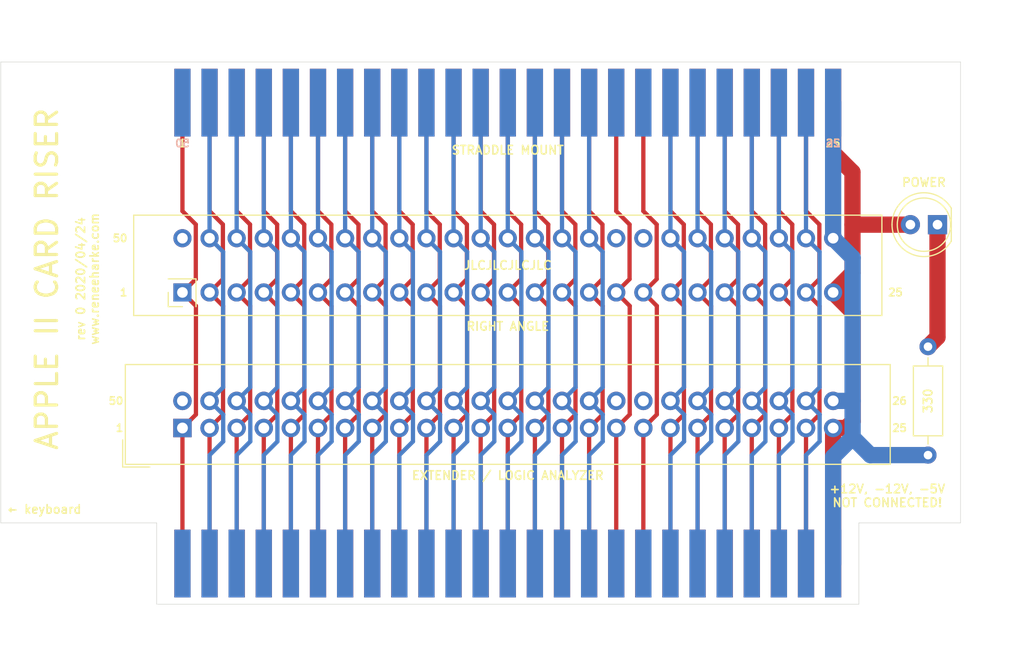
<source format=kicad_pcb>
(kicad_pcb (version 20171130) (host pcbnew "(5.1.5-0-10_14)")

  (general
    (thickness 1.6)
    (drawings 30)
    (tracks 381)
    (zones 0)
    (modules 6)
    (nets 61)
  )

  (page A4)
  (layers
    (0 F.Cu signal)
    (31 B.Cu signal)
    (32 B.Adhes user)
    (33 F.Adhes user)
    (34 B.Paste user)
    (35 F.Paste user)
    (36 B.SilkS user)
    (37 F.SilkS user)
    (38 B.Mask user)
    (39 F.Mask user)
    (40 Dwgs.User user)
    (41 Cmts.User user)
    (42 Eco1.User user)
    (43 Eco2.User user)
    (44 Edge.Cuts user)
    (45 Margin user)
    (46 B.CrtYd user)
    (47 F.CrtYd user)
    (48 B.Fab user)
    (49 F.Fab user)
  )

  (setup
    (last_trace_width 0.4)
    (trace_clearance 0.2)
    (zone_clearance 0.508)
    (zone_45_only no)
    (trace_min 0.2)
    (via_size 0.8)
    (via_drill 0.4)
    (via_min_size 0.4)
    (via_min_drill 0.3)
    (uvia_size 0.3)
    (uvia_drill 0.1)
    (uvias_allowed no)
    (uvia_min_size 0.2)
    (uvia_min_drill 0.1)
    (edge_width 0.05)
    (segment_width 0.2)
    (pcb_text_width 0.3)
    (pcb_text_size 1.5 1.5)
    (mod_edge_width 0.12)
    (mod_text_size 1 1)
    (mod_text_width 0.15)
    (pad_size 1.524 1.524)
    (pad_drill 0.762)
    (pad_to_mask_clearance 0.051)
    (solder_mask_min_width 0.25)
    (aux_axis_origin 0 0)
    (visible_elements FFFFF77F)
    (pcbplotparams
      (layerselection 0x010fc_ffffffff)
      (usegerberextensions false)
      (usegerberattributes false)
      (usegerberadvancedattributes false)
      (creategerberjobfile false)
      (excludeedgelayer true)
      (linewidth 0.100000)
      (plotframeref false)
      (viasonmask false)
      (mode 1)
      (useauxorigin false)
      (hpglpennumber 1)
      (hpglpenspeed 20)
      (hpglpendiameter 15.000000)
      (psnegative false)
      (psa4output false)
      (plotreference true)
      (plotvalue true)
      (plotinvisibletext false)
      (padsonsilk false)
      (subtractmaskfromsilk false)
      (outputformat 1)
      (mirror false)
      (drillshape 0)
      (scaleselection 1)
      (outputdirectory "gerber/"))
  )

  (net 0 "")
  (net 1 "Net-(J1-Pad33)")
  (net 2 "Net-(J1-Pad34)")
  (net 3 "Net-(J1-Pad50)")
  (net 4 +5V)
  (net 5 "Net-(J2-Pad33)")
  (net 6 "Net-(J2-Pad34)")
  (net 7 "Net-(J2-Pad50)")
  (net 8 GND)
  (net 9 /DMA_IN)
  (net 10 /INT_IN)
  (net 11 /NMI)
  (net 12 /IRQ)
  (net 13 /RES)
  (net 14 /INH)
  (net 15 /NC35)
  (net 16 /7M)
  (net 17 /Q3)
  (net 18 /PHI1)
  (net 19 /USER1)
  (net 20 /PHI0)
  (net 21 /DEVSEL)
  (net 22 /D7)
  (net 23 /D6)
  (net 24 /D5)
  (net 25 /D4)
  (net 26 /D3)
  (net 27 /D2)
  (net 28 /D1)
  (net 29 /D0)
  (net 30 /DMA_OUT)
  (net 31 /INT_OUT)
  (net 32 /DMA)
  (net 33 /RDY)
  (net 34 /IOSTROBE)
  (net 35 /NC19)
  (net 36 /RW)
  (net 37 /A15)
  (net 38 /A14)
  (net 39 /A13)
  (net 40 /A12)
  (net 41 /A11)
  (net 42 /A10)
  (net 43 /A9)
  (net 44 /A8)
  (net 45 /A7)
  (net 46 /A6)
  (net 47 /A5)
  (net 48 /A4)
  (net 49 /A3)
  (net 50 /A2)
  (net 51 /A1)
  (net 52 /A0)
  (net 53 /IOSEL)
  (net 54 "Net-(J3-Pad33)")
  (net 55 "Net-(J3-Pad34)")
  (net 56 "Net-(J3-Pad50)")
  (net 57 "Net-(J4-Pad33)")
  (net 58 "Net-(J4-Pad34)")
  (net 59 "Net-(J4-Pad50)")
  (net 60 "Net-(D1-Pad1)")

  (net_class Default "This is the default net class."
    (clearance 0.2)
    (trace_width 0.4)
    (via_dia 0.8)
    (via_drill 0.4)
    (uvia_dia 0.3)
    (uvia_drill 0.1)
    (add_net /7M)
    (add_net /A0)
    (add_net /A1)
    (add_net /A10)
    (add_net /A11)
    (add_net /A12)
    (add_net /A13)
    (add_net /A14)
    (add_net /A15)
    (add_net /A2)
    (add_net /A3)
    (add_net /A4)
    (add_net /A5)
    (add_net /A6)
    (add_net /A7)
    (add_net /A8)
    (add_net /A9)
    (add_net /D0)
    (add_net /D1)
    (add_net /D2)
    (add_net /D3)
    (add_net /D4)
    (add_net /D5)
    (add_net /D6)
    (add_net /D7)
    (add_net /DEVSEL)
    (add_net /DMA)
    (add_net /DMA_IN)
    (add_net /DMA_OUT)
    (add_net /INH)
    (add_net /INT_IN)
    (add_net /INT_OUT)
    (add_net /IOSEL)
    (add_net /IOSTROBE)
    (add_net /IRQ)
    (add_net /NC19)
    (add_net /NC35)
    (add_net /NMI)
    (add_net /PHI0)
    (add_net /PHI1)
    (add_net /Q3)
    (add_net /RDY)
    (add_net /RES)
    (add_net /RW)
    (add_net /USER1)
    (add_net "Net-(J1-Pad33)")
    (add_net "Net-(J1-Pad34)")
    (add_net "Net-(J1-Pad50)")
    (add_net "Net-(J2-Pad33)")
    (add_net "Net-(J2-Pad34)")
    (add_net "Net-(J2-Pad50)")
    (add_net "Net-(J3-Pad33)")
    (add_net "Net-(J3-Pad34)")
    (add_net "Net-(J3-Pad50)")
    (add_net "Net-(J4-Pad33)")
    (add_net "Net-(J4-Pad34)")
    (add_net "Net-(J4-Pad50)")
  )

  (net_class Power ""
    (clearance 0.2)
    (trace_width 1.524)
    (via_dia 0.8)
    (via_drill 0.4)
    (uvia_dia 0.3)
    (uvia_drill 0.1)
    (add_net +5V)
    (add_net GND)
    (add_net "Net-(D1-Pad1)")
  )

  (module footprint:IDC-Header_2x25_P2.54mm_Vertical_CCW (layer F.Cu) (tedit 5EA395F5) (tstamp 5EAFBAA4)
    (at 114.3 114.3 90)
    (descr "Through hole straight IDC box header, 2x25, 2.54mm pitch, double rows")
    (tags "Through hole IDC box header THT 2x25 2.54mm double row")
    (path /5EACBDF5)
    (fp_text reference J4 (at 1.27 -6.604 90) (layer F.SilkS) hide
      (effects (font (size 1 1) (thickness 0.15)))
    )
    (fp_text value "EXTENDER / LOGIC ANALYZER" (at -4.445 30.48 180) (layer F.SilkS)
      (effects (font (size 0.8 0.8) (thickness 0.15)))
    )
    (fp_line (start -3.655 -5.6) (end -1.115 -5.6) (layer F.SilkS) (width 0.12))
    (fp_line (start -3.655 -5.6) (end -3.655 -3.06) (layer F.SilkS) (width 0.12))
    (fp_line (start -3.405 -5.35) (end 5.945 -5.35) (layer F.SilkS) (width 0.12))
    (fp_line (start -3.405 66.31) (end -3.405 -5.35) (layer F.SilkS) (width 0.12))
    (fp_line (start 5.945 66.31) (end -3.405 66.31) (layer F.SilkS) (width 0.12))
    (fp_line (start 5.945 -5.35) (end 5.945 66.31) (layer F.SilkS) (width 0.12))
    (fp_line (start -3.41 -5.35) (end 5.95 -5.35) (layer F.CrtYd) (width 0.05))
    (fp_line (start -3.41 66.31) (end -3.41 -5.35) (layer F.CrtYd) (width 0.05))
    (fp_line (start 5.95 66.31) (end -3.41 66.31) (layer F.CrtYd) (width 0.05))
    (fp_line (start 5.95 -5.35) (end 5.95 66.31) (layer F.CrtYd) (width 0.05))
    (fp_line (start -3.155 66.06) (end -2.605 65.5) (layer F.Fab) (width 0.1))
    (fp_line (start -3.155 -5.1) (end -2.605 -4.56) (layer F.Fab) (width 0.1))
    (fp_line (start 5.695 66.06) (end 5.145 65.5) (layer F.Fab) (width 0.1))
    (fp_line (start 5.695 -5.1) (end 5.145 -4.56) (layer F.Fab) (width 0.1))
    (fp_line (start 5.145 65.5) (end -2.605 65.5) (layer F.Fab) (width 0.1))
    (fp_line (start 5.695 66.06) (end -3.155 66.06) (layer F.Fab) (width 0.1))
    (fp_line (start 5.145 -4.56) (end -2.605 -4.56) (layer F.Fab) (width 0.1))
    (fp_line (start 5.695 -5.1) (end -3.155 -5.1) (layer F.Fab) (width 0.1))
    (fp_line (start -2.605 32.73) (end -3.155 32.73) (layer F.Fab) (width 0.1))
    (fp_line (start -2.605 28.23) (end -3.155 28.23) (layer F.Fab) (width 0.1))
    (fp_line (start -2.605 32.73) (end -2.605 65.5) (layer F.Fab) (width 0.1))
    (fp_line (start -2.605 -4.56) (end -2.605 28.23) (layer F.Fab) (width 0.1))
    (fp_line (start -3.155 -5.1) (end -3.155 66.06) (layer F.Fab) (width 0.1))
    (fp_line (start 5.145 -4.56) (end 5.145 65.5) (layer F.Fab) (width 0.1))
    (fp_line (start 5.695 -5.1) (end 5.695 66.06) (layer F.Fab) (width 0.1))
    (fp_text user %R (at 1.27 30.48 90) (layer F.Fab) hide
      (effects (font (size 1 1) (thickness 0.15)))
    )
    (pad 26 thru_hole oval (at 2.54 60.96 90) (size 1.7272 1.7272) (drill 1.016) (layers *.Cu *.Mask)
      (net 8 GND))
    (pad 25 thru_hole oval (at 0 60.96 90) (size 1.7272 1.7272) (drill 1.016) (layers *.Cu *.Mask)
      (net 4 +5V))
    (pad 27 thru_hole oval (at 2.54 58.42 90) (size 1.7272 1.7272) (drill 1.016) (layers *.Cu *.Mask)
      (net 9 /DMA_IN))
    (pad 24 thru_hole oval (at 0 58.42 90) (size 1.7272 1.7272) (drill 1.016) (layers *.Cu *.Mask)
      (net 30 /DMA_OUT))
    (pad 28 thru_hole oval (at 2.54 55.88 90) (size 1.7272 1.7272) (drill 1.016) (layers *.Cu *.Mask)
      (net 10 /INT_IN))
    (pad 23 thru_hole oval (at 0 55.88 90) (size 1.7272 1.7272) (drill 1.016) (layers *.Cu *.Mask)
      (net 31 /INT_OUT))
    (pad 29 thru_hole oval (at 2.54 53.34 90) (size 1.7272 1.7272) (drill 1.016) (layers *.Cu *.Mask)
      (net 11 /NMI))
    (pad 22 thru_hole oval (at 0 53.34 90) (size 1.7272 1.7272) (drill 1.016) (layers *.Cu *.Mask)
      (net 32 /DMA))
    (pad 30 thru_hole oval (at 2.54 50.8 90) (size 1.7272 1.7272) (drill 1.016) (layers *.Cu *.Mask)
      (net 12 /IRQ))
    (pad 21 thru_hole oval (at 0 50.8 90) (size 1.7272 1.7272) (drill 1.016) (layers *.Cu *.Mask)
      (net 33 /RDY))
    (pad 31 thru_hole oval (at 2.54 48.26 90) (size 1.7272 1.7272) (drill 1.016) (layers *.Cu *.Mask)
      (net 13 /RES))
    (pad 20 thru_hole oval (at 0 48.26 90) (size 1.7272 1.7272) (drill 1.016) (layers *.Cu *.Mask)
      (net 34 /IOSTROBE))
    (pad 32 thru_hole oval (at 2.54 45.72 90) (size 1.7272 1.7272) (drill 1.016) (layers *.Cu *.Mask)
      (net 14 /INH))
    (pad 19 thru_hole oval (at 0 45.72 90) (size 1.7272 1.7272) (drill 1.016) (layers *.Cu *.Mask)
      (net 35 /NC19))
    (pad 33 thru_hole oval (at 2.54 43.18 90) (size 1.7272 1.7272) (drill 1.016) (layers *.Cu *.Mask)
      (net 57 "Net-(J4-Pad33)"))
    (pad 18 thru_hole oval (at 0 43.18 90) (size 1.7272 1.7272) (drill 1.016) (layers *.Cu *.Mask)
      (net 36 /RW))
    (pad 34 thru_hole oval (at 2.54 40.64 90) (size 1.7272 1.7272) (drill 1.016) (layers *.Cu *.Mask)
      (net 58 "Net-(J4-Pad34)"))
    (pad 17 thru_hole oval (at 0 40.64 90) (size 1.7272 1.7272) (drill 1.016) (layers *.Cu *.Mask)
      (net 37 /A15))
    (pad 35 thru_hole oval (at 2.54 38.1 90) (size 1.7272 1.7272) (drill 1.016) (layers *.Cu *.Mask)
      (net 15 /NC35))
    (pad 16 thru_hole oval (at 0 38.1 90) (size 1.7272 1.7272) (drill 1.016) (layers *.Cu *.Mask)
      (net 38 /A14))
    (pad 36 thru_hole oval (at 2.54 35.56 90) (size 1.7272 1.7272) (drill 1.016) (layers *.Cu *.Mask)
      (net 16 /7M))
    (pad 15 thru_hole oval (at 0 35.56 90) (size 1.7272 1.7272) (drill 1.016) (layers *.Cu *.Mask)
      (net 39 /A13))
    (pad 37 thru_hole oval (at 2.54 33.02 90) (size 1.7272 1.7272) (drill 1.016) (layers *.Cu *.Mask)
      (net 17 /Q3))
    (pad 14 thru_hole oval (at 0 33.02 90) (size 1.7272 1.7272) (drill 1.016) (layers *.Cu *.Mask)
      (net 40 /A12))
    (pad 38 thru_hole oval (at 2.54 30.48 90) (size 1.7272 1.7272) (drill 1.016) (layers *.Cu *.Mask)
      (net 18 /PHI1))
    (pad 13 thru_hole oval (at 0 30.48 90) (size 1.7272 1.7272) (drill 1.016) (layers *.Cu *.Mask)
      (net 41 /A11))
    (pad 39 thru_hole oval (at 2.54 27.94 90) (size 1.7272 1.7272) (drill 1.016) (layers *.Cu *.Mask)
      (net 19 /USER1))
    (pad 12 thru_hole oval (at 0 27.94 90) (size 1.7272 1.7272) (drill 1.016) (layers *.Cu *.Mask)
      (net 42 /A10))
    (pad 40 thru_hole oval (at 2.54 25.4 90) (size 1.7272 1.7272) (drill 1.016) (layers *.Cu *.Mask)
      (net 20 /PHI0))
    (pad 11 thru_hole oval (at 0 25.4 90) (size 1.7272 1.7272) (drill 1.016) (layers *.Cu *.Mask)
      (net 43 /A9))
    (pad 41 thru_hole oval (at 2.54 22.86 90) (size 1.7272 1.7272) (drill 1.016) (layers *.Cu *.Mask)
      (net 21 /DEVSEL))
    (pad 10 thru_hole oval (at 0 22.86 90) (size 1.7272 1.7272) (drill 1.016) (layers *.Cu *.Mask)
      (net 44 /A8))
    (pad 42 thru_hole oval (at 2.54 20.32 90) (size 1.7272 1.7272) (drill 1.016) (layers *.Cu *.Mask)
      (net 22 /D7))
    (pad 9 thru_hole oval (at 0 20.32 90) (size 1.7272 1.7272) (drill 1.016) (layers *.Cu *.Mask)
      (net 45 /A7))
    (pad 43 thru_hole oval (at 2.54 17.78 90) (size 1.7272 1.7272) (drill 1.016) (layers *.Cu *.Mask)
      (net 23 /D6))
    (pad 8 thru_hole oval (at 0 17.78 90) (size 1.7272 1.7272) (drill 1.016) (layers *.Cu *.Mask)
      (net 46 /A6))
    (pad 44 thru_hole oval (at 2.54 15.24 90) (size 1.7272 1.7272) (drill 1.016) (layers *.Cu *.Mask)
      (net 24 /D5))
    (pad 7 thru_hole oval (at 0 15.24 90) (size 1.7272 1.7272) (drill 1.016) (layers *.Cu *.Mask)
      (net 47 /A5))
    (pad 45 thru_hole oval (at 2.54 12.7 90) (size 1.7272 1.7272) (drill 1.016) (layers *.Cu *.Mask)
      (net 25 /D4))
    (pad 6 thru_hole oval (at 0 12.7 90) (size 1.7272 1.7272) (drill 1.016) (layers *.Cu *.Mask)
      (net 48 /A4))
    (pad 46 thru_hole oval (at 2.54 10.16 90) (size 1.7272 1.7272) (drill 1.016) (layers *.Cu *.Mask)
      (net 26 /D3))
    (pad 5 thru_hole oval (at 0 10.16 90) (size 1.7272 1.7272) (drill 1.016) (layers *.Cu *.Mask)
      (net 49 /A3))
    (pad 47 thru_hole oval (at 2.54 7.62 90) (size 1.7272 1.7272) (drill 1.016) (layers *.Cu *.Mask)
      (net 27 /D2))
    (pad 4 thru_hole oval (at 0 7.62 90) (size 1.7272 1.7272) (drill 1.016) (layers *.Cu *.Mask)
      (net 50 /A2))
    (pad 48 thru_hole oval (at 2.54 5.08 90) (size 1.7272 1.7272) (drill 1.016) (layers *.Cu *.Mask)
      (net 28 /D1))
    (pad 3 thru_hole oval (at 0 5.08 90) (size 1.7272 1.7272) (drill 1.016) (layers *.Cu *.Mask)
      (net 51 /A1))
    (pad 49 thru_hole oval (at 2.54 2.54 90) (size 1.7272 1.7272) (drill 1.016) (layers *.Cu *.Mask)
      (net 29 /D0))
    (pad 2 thru_hole oval (at 0 2.54 90) (size 1.7272 1.7272) (drill 1.016) (layers *.Cu *.Mask)
      (net 52 /A0))
    (pad 50 thru_hole oval (at 2.54 0 90) (size 1.7272 1.7272) (drill 1.016) (layers *.Cu *.Mask)
      (net 59 "Net-(J4-Pad50)"))
    (pad 1 thru_hole rect (at 0 0 90) (size 1.7272 1.7272) (drill 1.016) (layers *.Cu *.Mask)
      (net 53 /IOSEL))
    (model ${KISYS3DMOD}/Connector_IDC.3dshapes/IDC-Header_2x25_P2.54mm_Vertical.wrl
      (at (xyz 0 0 0))
      (scale (xyz 1 1 1))
      (rotate (xyz 0 0 0))
    )
  )

  (module footprint:AppleIIBus_TightMask (layer F.Cu) (tedit 5EA386E0) (tstamp 5EAFB52D)
    (at 144.78 83.82)
    (path /5EAAAC51)
    (fp_text reference J2 (at 0 -5.08) (layer F.SilkS) hide
      (effects (font (size 1 1) (thickness 0.15)))
    )
    (fp_text value "STRADDLE MOUNT" (at 0 4.445) (layer F.SilkS)
      (effects (font (size 0.8 0.8) (thickness 0.15)))
    )
    (pad 26 smd rect (at 30.48 0) (size 1.524 6.35) (layers B.Cu B.Mask)
      (net 8 GND))
    (pad 27 smd rect (at 27.94 0) (size 1.524 6.35) (layers B.Cu B.Mask)
      (net 9 /DMA_IN))
    (pad 28 smd rect (at 25.4 0) (size 1.524 6.35) (layers B.Cu B.Mask)
      (net 10 /INT_IN))
    (pad 29 smd rect (at 22.86 0) (size 1.524 6.35) (layers B.Cu B.Mask)
      (net 11 /NMI))
    (pad 30 smd rect (at 20.32 0) (size 1.524 6.35) (layers B.Cu B.Mask)
      (net 12 /IRQ))
    (pad 31 smd rect (at 17.78 0) (size 1.524 6.35) (layers B.Cu B.Mask)
      (net 13 /RES))
    (pad 32 smd rect (at 15.24 0) (size 1.524 6.35) (layers B.Cu B.Mask)
      (net 14 /INH))
    (pad 33 smd rect (at 12.7 0) (size 1.524 6.35) (layers B.Cu B.Mask)
      (net 5 "Net-(J2-Pad33)"))
    (pad 34 smd rect (at 10.16 0) (size 1.524 6.35) (layers B.Cu B.Mask)
      (net 6 "Net-(J2-Pad34)"))
    (pad 35 smd rect (at 7.62 0) (size 1.524 6.35) (layers B.Cu B.Mask)
      (net 15 /NC35))
    (pad 36 smd rect (at 5.08 0) (size 1.524 6.35) (layers B.Cu B.Mask)
      (net 16 /7M))
    (pad 37 smd rect (at 2.54 0) (size 1.524 6.35) (layers B.Cu B.Mask)
      (net 17 /Q3))
    (pad 38 smd rect (at 0 0) (size 1.524 6.35) (layers B.Cu B.Mask)
      (net 18 /PHI1))
    (pad 39 smd rect (at -2.54 0) (size 1.524 6.35) (layers B.Cu B.Mask)
      (net 19 /USER1))
    (pad 40 smd rect (at -5.08 0) (size 1.524 6.35) (layers B.Cu B.Mask)
      (net 20 /PHI0))
    (pad 41 smd rect (at -7.62 0) (size 1.524 6.35) (layers B.Cu B.Mask)
      (net 21 /DEVSEL))
    (pad 42 smd rect (at -10.16 0) (size 1.524 6.35) (layers B.Cu B.Mask)
      (net 22 /D7))
    (pad 43 smd rect (at -12.7 0) (size 1.524 6.35) (layers B.Cu B.Mask)
      (net 23 /D6))
    (pad 44 smd rect (at -15.24 0) (size 1.524 6.35) (layers B.Cu B.Mask)
      (net 24 /D5))
    (pad 45 smd rect (at -17.78 0) (size 1.524 6.35) (layers B.Cu B.Mask)
      (net 25 /D4))
    (pad 46 smd rect (at -20.32 0) (size 1.524 6.35) (layers B.Cu B.Mask)
      (net 26 /D3))
    (pad 47 smd rect (at -22.86 0) (size 1.524 6.35) (layers B.Cu B.Mask)
      (net 27 /D2))
    (pad 48 smd rect (at -25.4 0) (size 1.524 6.35) (layers B.Cu B.Mask)
      (net 28 /D1))
    (pad 49 smd rect (at -27.94 0) (size 1.524 6.35) (layers B.Cu B.Mask)
      (net 29 /D0))
    (pad 50 smd rect (at -30.48 0) (size 1.524 6.35) (layers B.Cu B.Mask)
      (net 7 "Net-(J2-Pad50)"))
    (pad 25 smd rect (at 30.48 0) (size 1.524 6.35) (layers F.Cu F.Mask)
      (net 4 +5V))
    (pad 24 smd rect (at 27.94 0) (size 1.524 6.35) (layers F.Cu F.Mask)
      (net 30 /DMA_OUT))
    (pad 23 smd rect (at 25.4 0) (size 1.524 6.35) (layers F.Cu F.Mask)
      (net 31 /INT_OUT))
    (pad 22 smd rect (at 22.86 0) (size 1.524 6.35) (layers F.Cu F.Mask)
      (net 32 /DMA))
    (pad 21 smd rect (at 20.32 0) (size 1.524 6.35) (layers F.Cu F.Mask)
      (net 33 /RDY))
    (pad 20 smd rect (at 17.78 0) (size 1.524 6.35) (layers F.Cu F.Mask)
      (net 34 /IOSTROBE))
    (pad 19 smd rect (at 15.24 0) (size 1.524 6.35) (layers F.Cu F.Mask)
      (net 35 /NC19))
    (pad 18 smd rect (at 12.7 0) (size 1.524 6.35) (layers F.Cu F.Mask)
      (net 36 /RW))
    (pad 17 smd rect (at 10.16 0) (size 1.524 6.35) (layers F.Cu F.Mask)
      (net 37 /A15))
    (pad 16 smd rect (at 7.62 0) (size 1.524 6.35) (layers F.Cu F.Mask)
      (net 38 /A14))
    (pad 15 smd rect (at 5.08 0) (size 1.524 6.35) (layers F.Cu F.Mask)
      (net 39 /A13))
    (pad 14 smd rect (at 2.54 0) (size 1.524 6.35) (layers F.Cu F.Mask)
      (net 40 /A12))
    (pad 13 smd rect (at 0 0) (size 1.524 6.35) (layers F.Cu F.Mask)
      (net 41 /A11))
    (pad 12 smd rect (at -2.54 0) (size 1.524 6.35) (layers F.Cu F.Mask)
      (net 42 /A10))
    (pad 11 smd rect (at -5.08 0) (size 1.524 6.35) (layers F.Cu F.Mask)
      (net 43 /A9))
    (pad 10 smd rect (at -7.62 0) (size 1.524 6.35) (layers F.Cu F.Mask)
      (net 44 /A8))
    (pad 9 smd rect (at -10.16 0) (size 1.524 6.35) (layers F.Cu F.Mask)
      (net 45 /A7))
    (pad 8 smd rect (at -12.7 0) (size 1.524 6.35) (layers F.Cu F.Mask)
      (net 46 /A6))
    (pad 7 smd rect (at -15.24 0) (size 1.524 6.35) (layers F.Cu F.Mask)
      (net 47 /A5))
    (pad 6 smd rect (at -17.78 0) (size 1.524 6.35) (layers F.Cu F.Mask)
      (net 48 /A4))
    (pad 5 smd rect (at -20.32 0) (size 1.524 6.35) (layers F.Cu F.Mask)
      (net 49 /A3))
    (pad 4 smd rect (at -22.86 0) (size 1.524 6.35) (layers F.Cu F.Mask)
      (net 50 /A2))
    (pad 3 smd rect (at -25.4 0) (size 1.524 6.35) (layers F.Cu F.Mask)
      (net 51 /A1))
    (pad 2 smd rect (at -27.94 0) (size 1.524 6.35) (layers F.Cu F.Mask)
      (net 52 /A0))
    (pad 1 smd rect (at -30.48 0) (size 1.524 6.35) (layers F.Cu F.Mask)
      (net 53 /IOSEL))
  )

  (module Resistor_THT:R_Axial_DIN0207_L6.3mm_D2.5mm_P10.16mm_Horizontal (layer F.Cu) (tedit 5AE5139B) (tstamp 5EA46971)
    (at 184.15 106.68 270)
    (descr "Resistor, Axial_DIN0207 series, Axial, Horizontal, pin pitch=10.16mm, 0.25W = 1/4W, length*diameter=6.3*2.5mm^2, http://cdn-reichelt.de/documents/datenblatt/B400/1_4W%23YAG.pdf")
    (tags "Resistor Axial_DIN0207 series Axial Horizontal pin pitch 10.16mm 0.25W = 1/4W length 6.3mm diameter 2.5mm")
    (path /5EAF69CD)
    (fp_text reference R1 (at 5.08 -2.37 90) (layer F.SilkS) hide
      (effects (font (size 1 1) (thickness 0.15)))
    )
    (fp_text value 330 (at 5.08 0 90) (layer F.SilkS)
      (effects (font (size 0.8 0.8) (thickness 0.15)))
    )
    (fp_text user %R (at 5.08 0 90) (layer F.Fab) hide
      (effects (font (size 1 1) (thickness 0.15)))
    )
    (fp_line (start 11.21 -1.5) (end -1.05 -1.5) (layer F.CrtYd) (width 0.05))
    (fp_line (start 11.21 1.5) (end 11.21 -1.5) (layer F.CrtYd) (width 0.05))
    (fp_line (start -1.05 1.5) (end 11.21 1.5) (layer F.CrtYd) (width 0.05))
    (fp_line (start -1.05 -1.5) (end -1.05 1.5) (layer F.CrtYd) (width 0.05))
    (fp_line (start 9.12 0) (end 8.35 0) (layer F.SilkS) (width 0.12))
    (fp_line (start 1.04 0) (end 1.81 0) (layer F.SilkS) (width 0.12))
    (fp_line (start 8.35 -1.37) (end 1.81 -1.37) (layer F.SilkS) (width 0.12))
    (fp_line (start 8.35 1.37) (end 8.35 -1.37) (layer F.SilkS) (width 0.12))
    (fp_line (start 1.81 1.37) (end 8.35 1.37) (layer F.SilkS) (width 0.12))
    (fp_line (start 1.81 -1.37) (end 1.81 1.37) (layer F.SilkS) (width 0.12))
    (fp_line (start 10.16 0) (end 8.23 0) (layer F.Fab) (width 0.1))
    (fp_line (start 0 0) (end 1.93 0) (layer F.Fab) (width 0.1))
    (fp_line (start 8.23 -1.25) (end 1.93 -1.25) (layer F.Fab) (width 0.1))
    (fp_line (start 8.23 1.25) (end 8.23 -1.25) (layer F.Fab) (width 0.1))
    (fp_line (start 1.93 1.25) (end 8.23 1.25) (layer F.Fab) (width 0.1))
    (fp_line (start 1.93 -1.25) (end 1.93 1.25) (layer F.Fab) (width 0.1))
    (pad 2 thru_hole oval (at 10.16 0 270) (size 1.6 1.6) (drill 0.8) (layers *.Cu *.Mask)
      (net 8 GND))
    (pad 1 thru_hole circle (at 0 0 270) (size 1.6 1.6) (drill 0.8) (layers *.Cu *.Mask)
      (net 60 "Net-(D1-Pad1)"))
    (model ${KISYS3DMOD}/Resistor_THT.3dshapes/R_Axial_DIN0207_L6.3mm_D2.5mm_P10.16mm_Horizontal.wrl
      (at (xyz 0 0 0))
      (scale (xyz 1 1 1))
      (rotate (xyz 0 0 0))
    )
  )

  (module LED_THT:LED_D5.0mm (layer F.Cu) (tedit 5995936A) (tstamp 5EA389EF)
    (at 185.039 95.25 180)
    (descr "LED, diameter 5.0mm, 2 pins, http://cdn-reichelt.de/documents/datenblatt/A500/LL-504BC2E-009.pdf")
    (tags "LED diameter 5.0mm 2 pins")
    (path /5EAF5DCD)
    (fp_text reference D1 (at 1.27 -3.96) (layer F.SilkS) hide
      (effects (font (size 1 1) (thickness 0.15)))
    )
    (fp_text value POWER (at 1.27 3.96) (layer F.SilkS)
      (effects (font (size 0.8 0.8) (thickness 0.15)))
    )
    (fp_text user %R (at 1.25 0) (layer F.Fab)
      (effects (font (size 0.8 0.8) (thickness 0.2)))
    )
    (fp_line (start 4.5 -3.25) (end -1.95 -3.25) (layer F.CrtYd) (width 0.05))
    (fp_line (start 4.5 3.25) (end 4.5 -3.25) (layer F.CrtYd) (width 0.05))
    (fp_line (start -1.95 3.25) (end 4.5 3.25) (layer F.CrtYd) (width 0.05))
    (fp_line (start -1.95 -3.25) (end -1.95 3.25) (layer F.CrtYd) (width 0.05))
    (fp_line (start -1.29 -1.545) (end -1.29 1.545) (layer F.SilkS) (width 0.12))
    (fp_line (start -1.23 -1.469694) (end -1.23 1.469694) (layer F.Fab) (width 0.1))
    (fp_circle (center 1.27 0) (end 3.77 0) (layer F.SilkS) (width 0.12))
    (fp_circle (center 1.27 0) (end 3.77 0) (layer F.Fab) (width 0.1))
    (fp_arc (start 1.27 0) (end -1.29 1.54483) (angle -148.9) (layer F.SilkS) (width 0.12))
    (fp_arc (start 1.27 0) (end -1.29 -1.54483) (angle 148.9) (layer F.SilkS) (width 0.12))
    (fp_arc (start 1.27 0) (end -1.23 -1.469694) (angle 299.1) (layer F.Fab) (width 0.1))
    (pad 2 thru_hole circle (at 2.54 0 180) (size 1.8 1.8) (drill 0.9) (layers *.Cu *.Mask)
      (net 4 +5V))
    (pad 1 thru_hole rect (at 0 0 180) (size 1.8 1.8) (drill 0.9) (layers *.Cu *.Mask)
      (net 60 "Net-(D1-Pad1)"))
    (model ${KISYS3DMOD}/LED_THT.3dshapes/LED_D5.0mm.wrl
      (at (xyz 0 0 0))
      (scale (xyz 1 1 1))
      (rotate (xyz 0 0 0))
    )
  )

  (module footprint:CardEdge_EDEC_3x5-050_2x25_P2.54mm_CCW (layer F.Cu) (tedit 5EA3791B) (tstamp 5EAFB86A)
    (at 114.3 101.6 90)
    (descr "Through hole straight pin header, 2x25, 2.54mm pitch, double rows")
    (tags "Through hole pin header THT 2x25 2.54mm double row")
    (path /5EABB1C8)
    (fp_text reference J3 (at 2.54 -5.57 90) (layer F.SilkS) hide
      (effects (font (size 1 1) (thickness 0.15)))
    )
    (fp_text value "RIGHT ANGLE" (at -3.175 30.48 180) (layer F.SilkS)
      (effects (font (size 0.8 0.8) (thickness 0.15)))
    )
    (fp_text user %R (at 2.54 30.48) (layer F.Fab) hide
      (effects (font (size 1 1) (thickness 0.15)))
    )
    (fp_line (start 7.72 -5.04) (end -2.63 -5.04) (layer F.CrtYd) (width 0.05))
    (fp_line (start 7.72 65.99) (end 7.72 -5.04) (layer F.CrtYd) (width 0.05))
    (fp_line (start -2.63 65.99) (end 7.72 65.99) (layer F.CrtYd) (width 0.05))
    (fp_line (start -2.63 -5.04) (end -2.63 65.99) (layer F.CrtYd) (width 0.05))
    (fp_line (start -1.33 -1.33) (end 0 -1.33) (layer F.SilkS) (width 0.12))
    (fp_line (start -1.33 0) (end -1.33 -1.33) (layer F.SilkS) (width 0.12))
    (fp_line (start -2.16 -4.57) (end 7.24 -4.57) (layer F.SilkS) (width 0.12))
    (fp_line (start 1.27 1.27) (end 1.27 -1.33) (layer F.SilkS) (width 0.12))
    (fp_line (start -1.33 1.27) (end 1.27 1.27) (layer F.SilkS) (width 0.12))
    (fp_line (start 7.24 -4.57) (end 7.24 65.53) (layer F.SilkS) (width 0.12))
    (fp_line (start -2.16 -4.57) (end -2.16 65.53) (layer F.SilkS) (width 0.12))
    (fp_line (start -2.16 65.53) (end 7.24 65.53) (layer F.SilkS) (width 0.12))
    (fp_line (start -2.1 -3.24) (end -0.83 -4.51) (layer F.Fab) (width 0.1))
    (fp_line (start -2.1 65.47) (end -2.1 -3.24) (layer F.Fab) (width 0.1))
    (fp_line (start 7.18 65.47) (end -2.1 65.47) (layer F.Fab) (width 0.1))
    (fp_line (start 7.18 -4.51) (end 7.18 65.47) (layer F.Fab) (width 0.1))
    (fp_line (start -0.83 -4.51) (end 7.18 -4.51) (layer F.Fab) (width 0.1))
    (pad 26 thru_hole oval (at 5.08 60.96 90) (size 1.7 1.7) (drill 1) (layers *.Cu *.Mask)
      (net 8 GND))
    (pad 25 thru_hole oval (at 0 60.96 90) (size 1.7 1.7) (drill 1) (layers *.Cu *.Mask)
      (net 4 +5V))
    (pad 27 thru_hole oval (at 5.08 58.42 90) (size 1.7 1.7) (drill 1) (layers *.Cu *.Mask)
      (net 9 /DMA_IN))
    (pad 24 thru_hole oval (at 0 58.42 90) (size 1.7 1.7) (drill 1) (layers *.Cu *.Mask)
      (net 30 /DMA_OUT))
    (pad 28 thru_hole oval (at 5.08 55.88 90) (size 1.7 1.7) (drill 1) (layers *.Cu *.Mask)
      (net 10 /INT_IN))
    (pad 23 thru_hole oval (at 0 55.88 90) (size 1.7 1.7) (drill 1) (layers *.Cu *.Mask)
      (net 31 /INT_OUT))
    (pad 29 thru_hole oval (at 5.08 53.34 90) (size 1.7 1.7) (drill 1) (layers *.Cu *.Mask)
      (net 11 /NMI))
    (pad 22 thru_hole oval (at 0 53.34 90) (size 1.7 1.7) (drill 1) (layers *.Cu *.Mask)
      (net 32 /DMA))
    (pad 30 thru_hole oval (at 5.08 50.8 90) (size 1.7 1.7) (drill 1) (layers *.Cu *.Mask)
      (net 12 /IRQ))
    (pad 21 thru_hole oval (at 0 50.8 90) (size 1.7 1.7) (drill 1) (layers *.Cu *.Mask)
      (net 33 /RDY))
    (pad 31 thru_hole oval (at 5.08 48.26 90) (size 1.7 1.7) (drill 1) (layers *.Cu *.Mask)
      (net 13 /RES))
    (pad 20 thru_hole oval (at 0 48.26 90) (size 1.7 1.7) (drill 1) (layers *.Cu *.Mask)
      (net 34 /IOSTROBE))
    (pad 32 thru_hole oval (at 5.08 45.72 90) (size 1.7 1.7) (drill 1) (layers *.Cu *.Mask)
      (net 14 /INH))
    (pad 19 thru_hole oval (at 0 45.72 90) (size 1.7 1.7) (drill 1) (layers *.Cu *.Mask)
      (net 35 /NC19))
    (pad 33 thru_hole oval (at 5.08 43.18 90) (size 1.7 1.7) (drill 1) (layers *.Cu *.Mask)
      (net 54 "Net-(J3-Pad33)"))
    (pad 18 thru_hole oval (at 0 43.18 90) (size 1.7 1.7) (drill 1) (layers *.Cu *.Mask)
      (net 36 /RW))
    (pad 34 thru_hole oval (at 5.08 40.64 90) (size 1.7 1.7) (drill 1) (layers *.Cu *.Mask)
      (net 55 "Net-(J3-Pad34)"))
    (pad 17 thru_hole oval (at 0 40.64 90) (size 1.7 1.7) (drill 1) (layers *.Cu *.Mask)
      (net 37 /A15))
    (pad 35 thru_hole oval (at 5.08 38.1 90) (size 1.7 1.7) (drill 1) (layers *.Cu *.Mask)
      (net 15 /NC35))
    (pad 16 thru_hole oval (at 0 38.1 90) (size 1.7 1.7) (drill 1) (layers *.Cu *.Mask)
      (net 38 /A14))
    (pad 36 thru_hole oval (at 5.08 35.56 90) (size 1.7 1.7) (drill 1) (layers *.Cu *.Mask)
      (net 16 /7M))
    (pad 15 thru_hole oval (at 0 35.56 90) (size 1.7 1.7) (drill 1) (layers *.Cu *.Mask)
      (net 39 /A13))
    (pad 37 thru_hole oval (at 5.08 33.02 90) (size 1.7 1.7) (drill 1) (layers *.Cu *.Mask)
      (net 17 /Q3))
    (pad 14 thru_hole oval (at 0 33.02 90) (size 1.7 1.7) (drill 1) (layers *.Cu *.Mask)
      (net 40 /A12))
    (pad 38 thru_hole oval (at 5.08 30.48 90) (size 1.7 1.7) (drill 1) (layers *.Cu *.Mask)
      (net 18 /PHI1))
    (pad 13 thru_hole oval (at 0 30.48 90) (size 1.7 1.7) (drill 1) (layers *.Cu *.Mask)
      (net 41 /A11))
    (pad 39 thru_hole oval (at 5.08 27.94 90) (size 1.7 1.7) (drill 1) (layers *.Cu *.Mask)
      (net 19 /USER1))
    (pad 12 thru_hole oval (at 0 27.94 90) (size 1.7 1.7) (drill 1) (layers *.Cu *.Mask)
      (net 42 /A10))
    (pad 40 thru_hole oval (at 5.08 25.4 90) (size 1.7 1.7) (drill 1) (layers *.Cu *.Mask)
      (net 20 /PHI0))
    (pad 11 thru_hole oval (at 0 25.4 90) (size 1.7 1.7) (drill 1) (layers *.Cu *.Mask)
      (net 43 /A9))
    (pad 41 thru_hole oval (at 5.08 22.86 90) (size 1.7 1.7) (drill 1) (layers *.Cu *.Mask)
      (net 21 /DEVSEL))
    (pad 10 thru_hole oval (at 0 22.86 90) (size 1.7 1.7) (drill 1) (layers *.Cu *.Mask)
      (net 44 /A8))
    (pad 42 thru_hole oval (at 5.08 20.32 90) (size 1.7 1.7) (drill 1) (layers *.Cu *.Mask)
      (net 22 /D7))
    (pad 9 thru_hole oval (at 0 20.32 90) (size 1.7 1.7) (drill 1) (layers *.Cu *.Mask)
      (net 45 /A7))
    (pad 43 thru_hole oval (at 5.08 17.78 90) (size 1.7 1.7) (drill 1) (layers *.Cu *.Mask)
      (net 23 /D6))
    (pad 8 thru_hole oval (at 0 17.78 90) (size 1.7 1.7) (drill 1) (layers *.Cu *.Mask)
      (net 46 /A6))
    (pad 44 thru_hole oval (at 5.08 15.24 90) (size 1.7 1.7) (drill 1) (layers *.Cu *.Mask)
      (net 24 /D5))
    (pad 7 thru_hole oval (at 0 15.24 90) (size 1.7 1.7) (drill 1) (layers *.Cu *.Mask)
      (net 47 /A5))
    (pad 45 thru_hole oval (at 5.08 12.7 90) (size 1.7 1.7) (drill 1) (layers *.Cu *.Mask)
      (net 25 /D4))
    (pad 6 thru_hole oval (at 0 12.7 90) (size 1.7 1.7) (drill 1) (layers *.Cu *.Mask)
      (net 48 /A4))
    (pad 46 thru_hole oval (at 5.08 10.16 90) (size 1.7 1.7) (drill 1) (layers *.Cu *.Mask)
      (net 26 /D3))
    (pad 5 thru_hole oval (at 0 10.16 90) (size 1.7 1.7) (drill 1) (layers *.Cu *.Mask)
      (net 49 /A3))
    (pad 47 thru_hole oval (at 5.08 7.62 90) (size 1.7 1.7) (drill 1) (layers *.Cu *.Mask)
      (net 27 /D2))
    (pad 4 thru_hole oval (at 0 7.62 90) (size 1.7 1.7) (drill 1) (layers *.Cu *.Mask)
      (net 50 /A2))
    (pad 48 thru_hole oval (at 5.08 5.08 90) (size 1.7 1.7) (drill 1) (layers *.Cu *.Mask)
      (net 28 /D1))
    (pad 3 thru_hole oval (at 0 5.08 90) (size 1.7 1.7) (drill 1) (layers *.Cu *.Mask)
      (net 51 /A1))
    (pad 49 thru_hole oval (at 5.08 2.54 90) (size 1.7 1.7) (drill 1) (layers *.Cu *.Mask)
      (net 29 /D0))
    (pad 2 thru_hole oval (at 0 2.54 90) (size 1.7 1.7) (drill 1) (layers *.Cu *.Mask)
      (net 52 /A0))
    (pad 50 thru_hole oval (at 5.08 0 90) (size 1.7 1.7) (drill 1) (layers *.Cu *.Mask)
      (net 56 "Net-(J3-Pad50)"))
    (pad 1 thru_hole rect (at 0 0 90) (size 1.7 1.7) (drill 1) (layers *.Cu *.Mask)
      (net 53 /IOSEL))
    (model ${KISYS3DMOD}/Connector_PinHeader_2.54mm.3dshapes/PinHeader_2x25_P2.54mm_Vertical.wrl
      (at (xyz 0 0 0))
      (scale (xyz 1 1 1))
      (rotate (xyz 0 0 0))
    )
  )

  (module footprint:AppleIIBus (layer F.Cu) (tedit 5E4F43C2) (tstamp 5EAF7B60)
    (at 144.78 127)
    (path /5EA62540)
    (fp_text reference J1 (at 0 -5.08) (layer F.SilkS) hide
      (effects (font (size 1 1) (thickness 0.15)))
    )
    (fp_text value "CARD EDGE" (at 25.4 -5.08) (layer F.Fab) hide
      (effects (font (size 1 1) (thickness 0.15)))
    )
    (fp_poly (pts (xy 32.893 -3.81) (xy 31.877 -3.81) (xy 31.877 3.81) (xy 32.893 3.81)) (layer B.Mask) (width 0))
    (fp_poly (pts (xy -32.893 -3.81) (xy -32.893 3.81) (xy -31.877 3.81) (xy -31.877 -3.81)) (layer B.Mask) (width 0))
    (fp_poly (pts (xy 32.893 -3.81) (xy 31.877 -3.81) (xy 31.877 3.81) (xy 32.893 3.81)) (layer F.Mask) (width 0))
    (fp_poly (pts (xy -32.893 -3.81) (xy -32.893 3.81) (xy -31.877 3.81) (xy -31.877 -3.81)) (layer F.Mask) (width 0))
    (pad 26 smd rect (at 30.48 0) (size 1.524 6.35) (layers B.Cu B.Mask)
      (net 8 GND) (solder_mask_margin 0.635) (clearance 0.254))
    (pad 27 smd rect (at 27.94 0) (size 1.524 6.35) (layers B.Cu B.Mask)
      (net 9 /DMA_IN) (solder_mask_margin 0.635) (clearance 0.254))
    (pad 28 smd rect (at 25.4 0) (size 1.524 6.35) (layers B.Cu B.Mask)
      (net 10 /INT_IN) (solder_mask_margin 0.635) (clearance 0.254))
    (pad 29 smd rect (at 22.86 0) (size 1.524 6.35) (layers B.Cu B.Mask)
      (net 11 /NMI) (solder_mask_margin 0.635) (clearance 0.254))
    (pad 30 smd rect (at 20.32 0) (size 1.524 6.35) (layers B.Cu B.Mask)
      (net 12 /IRQ) (solder_mask_margin 0.635) (clearance 0.254))
    (pad 31 smd rect (at 17.78 0) (size 1.524 6.35) (layers B.Cu B.Mask)
      (net 13 /RES) (solder_mask_margin 0.635) (clearance 0.254))
    (pad 32 smd rect (at 15.24 0) (size 1.524 6.35) (layers B.Cu B.Mask)
      (net 14 /INH) (solder_mask_margin 0.635) (clearance 0.254))
    (pad 33 smd rect (at 12.7 0) (size 1.524 6.35) (layers B.Cu B.Mask)
      (net 1 "Net-(J1-Pad33)") (solder_mask_margin 0.635) (clearance 0.254))
    (pad 34 smd rect (at 10.16 0) (size 1.524 6.35) (layers B.Cu B.Mask)
      (net 2 "Net-(J1-Pad34)") (solder_mask_margin 0.635) (clearance 0.254))
    (pad 35 smd rect (at 7.62 0) (size 1.524 6.35) (layers B.Cu B.Mask)
      (net 15 /NC35) (solder_mask_margin 0.635) (clearance 0.254))
    (pad 36 smd rect (at 5.08 0) (size 1.524 6.35) (layers B.Cu B.Mask)
      (net 16 /7M) (solder_mask_margin 0.635) (clearance 0.254))
    (pad 37 smd rect (at 2.54 0) (size 1.524 6.35) (layers B.Cu B.Mask)
      (net 17 /Q3) (solder_mask_margin 0.635) (clearance 0.254))
    (pad 38 smd rect (at 0 0) (size 1.524 6.35) (layers B.Cu B.Mask)
      (net 18 /PHI1) (solder_mask_margin 0.635) (clearance 0.254))
    (pad 39 smd rect (at -2.54 0) (size 1.524 6.35) (layers B.Cu B.Mask)
      (net 19 /USER1) (solder_mask_margin 0.635) (clearance 0.254))
    (pad 40 smd rect (at -5.08 0) (size 1.524 6.35) (layers B.Cu B.Mask)
      (net 20 /PHI0) (solder_mask_margin 0.635) (clearance 0.254))
    (pad 41 smd rect (at -7.62 0) (size 1.524 6.35) (layers B.Cu B.Mask)
      (net 21 /DEVSEL) (solder_mask_margin 0.635) (clearance 0.254))
    (pad 42 smd rect (at -10.16 0) (size 1.524 6.35) (layers B.Cu B.Mask)
      (net 22 /D7) (solder_mask_margin 0.635) (clearance 0.254))
    (pad 43 smd rect (at -12.7 0) (size 1.524 6.35) (layers B.Cu B.Mask)
      (net 23 /D6) (solder_mask_margin 0.635) (clearance 0.254))
    (pad 44 smd rect (at -15.24 0) (size 1.524 6.35) (layers B.Cu B.Mask)
      (net 24 /D5) (solder_mask_margin 0.635) (clearance 0.254))
    (pad 45 smd rect (at -17.78 0) (size 1.524 6.35) (layers B.Cu B.Mask)
      (net 25 /D4) (solder_mask_margin 0.635) (clearance 0.254))
    (pad 46 smd rect (at -20.32 0) (size 1.524 6.35) (layers B.Cu B.Mask)
      (net 26 /D3) (solder_mask_margin 0.635) (clearance 0.254))
    (pad 47 smd rect (at -22.86 0) (size 1.524 6.35) (layers B.Cu B.Mask)
      (net 27 /D2) (solder_mask_margin 0.635) (clearance 0.254))
    (pad 48 smd rect (at -25.4 0) (size 1.524 6.35) (layers B.Cu B.Mask)
      (net 28 /D1) (solder_mask_margin 0.635) (clearance 0.254))
    (pad 49 smd rect (at -27.94 0) (size 1.524 6.35) (layers B.Cu B.Mask)
      (net 29 /D0) (solder_mask_margin 0.635) (clearance 0.254))
    (pad 50 smd rect (at -30.48 0) (size 1.524 6.35) (layers B.Cu B.Mask)
      (net 3 "Net-(J1-Pad50)") (solder_mask_margin 0.635) (clearance 0.254))
    (pad 25 smd rect (at 30.48 0) (size 1.524 6.35) (layers F.Cu F.Mask)
      (net 4 +5V) (solder_mask_margin 0.635) (clearance 0.254))
    (pad 24 smd rect (at 27.94 0) (size 1.524 6.35) (layers F.Cu F.Mask)
      (net 30 /DMA_OUT) (solder_mask_margin 0.635) (clearance 0.254))
    (pad 23 smd rect (at 25.4 0) (size 1.524 6.35) (layers F.Cu F.Mask)
      (net 31 /INT_OUT) (solder_mask_margin 0.635) (clearance 0.254))
    (pad 22 smd rect (at 22.86 0) (size 1.524 6.35) (layers F.Cu F.Mask)
      (net 32 /DMA) (solder_mask_margin 0.635) (clearance 0.254))
    (pad 21 smd rect (at 20.32 0) (size 1.524 6.35) (layers F.Cu F.Mask)
      (net 33 /RDY) (solder_mask_margin 0.635) (clearance 0.254))
    (pad 20 smd rect (at 17.78 0) (size 1.524 6.35) (layers F.Cu F.Mask)
      (net 34 /IOSTROBE) (solder_mask_margin 0.635) (clearance 0.254))
    (pad 19 smd rect (at 15.24 0) (size 1.524 6.35) (layers F.Cu F.Mask)
      (net 35 /NC19) (solder_mask_margin 0.635) (clearance 0.254))
    (pad 18 smd rect (at 12.7 0) (size 1.524 6.35) (layers F.Cu F.Mask)
      (net 36 /RW) (solder_mask_margin 0.635) (clearance 0.254))
    (pad 17 smd rect (at 10.16 0) (size 1.524 6.35) (layers F.Cu F.Mask)
      (net 37 /A15) (solder_mask_margin 0.635) (clearance 0.254))
    (pad 16 smd rect (at 7.62 0) (size 1.524 6.35) (layers F.Cu F.Mask)
      (net 38 /A14) (solder_mask_margin 0.635) (clearance 0.254))
    (pad 15 smd rect (at 5.08 0) (size 1.524 6.35) (layers F.Cu F.Mask)
      (net 39 /A13) (solder_mask_margin 0.635) (clearance 0.254))
    (pad 14 smd rect (at 2.54 0) (size 1.524 6.35) (layers F.Cu F.Mask)
      (net 40 /A12) (solder_mask_margin 0.635) (clearance 0.254))
    (pad 13 smd rect (at 0 0) (size 1.524 6.35) (layers F.Cu F.Mask)
      (net 41 /A11) (solder_mask_margin 0.635) (clearance 0.254))
    (pad 12 smd rect (at -2.54 0) (size 1.524 6.35) (layers F.Cu F.Mask)
      (net 42 /A10) (solder_mask_margin 0.635) (clearance 0.254))
    (pad 11 smd rect (at -5.08 0) (size 1.524 6.35) (layers F.Cu F.Mask)
      (net 43 /A9) (solder_mask_margin 0.635) (clearance 0.254))
    (pad 10 smd rect (at -7.62 0) (size 1.524 6.35) (layers F.Cu F.Mask)
      (net 44 /A8) (solder_mask_margin 0.635) (clearance 0.254))
    (pad 9 smd rect (at -10.16 0) (size 1.524 6.35) (layers F.Cu F.Mask)
      (net 45 /A7) (solder_mask_margin 0.635) (clearance 0.254))
    (pad 8 smd rect (at -12.7 0) (size 1.524 6.35) (layers F.Cu F.Mask)
      (net 46 /A6) (solder_mask_margin 0.635) (clearance 0.254))
    (pad 7 smd rect (at -15.24 0) (size 1.524 6.35) (layers F.Cu F.Mask)
      (net 47 /A5) (solder_mask_margin 0.635) (clearance 0.254))
    (pad 6 smd rect (at -17.78 0) (size 1.524 6.35) (layers F.Cu F.Mask)
      (net 48 /A4) (solder_mask_margin 0.635) (clearance 0.254))
    (pad 5 smd rect (at -20.32 0) (size 1.524 6.35) (layers F.Cu F.Mask)
      (net 49 /A3) (solder_mask_margin 0.635) (clearance 0.254))
    (pad 4 smd rect (at -22.86 0) (size 1.524 6.35) (layers F.Cu F.Mask)
      (net 50 /A2) (solder_mask_margin 0.635) (clearance 0.254))
    (pad 3 smd rect (at -25.4 0) (size 1.524 6.35) (layers F.Cu F.Mask)
      (net 51 /A1) (solder_mask_margin 0.635) (clearance 0.254))
    (pad 2 smd rect (at -27.94 0) (size 1.524 6.35) (layers F.Cu F.Mask)
      (net 52 /A0) (solder_mask_margin 0.635) (clearance 0.254))
    (pad 1 smd rect (at -30.48 0) (size 1.524 6.35) (layers F.Cu F.Mask)
      (net 53 /IOSEL) (solder_mask_margin 0.635) (clearance 0.254))
  )

  (gr_text 25 (at 180.34 101.6) (layer F.SilkS)
    (effects (font (size 0.7 0.7) (thickness 0.15)) (justify left))
  )
  (gr_text 50 (at 114.3 87.63) (layer B.SilkS)
    (effects (font (size 0.7 0.7) (thickness 0.15)) (justify mirror))
  )
  (gr_text 26 (at 175.26 87.63) (layer B.SilkS)
    (effects (font (size 0.7 0.7) (thickness 0.15)) (justify mirror))
  )
  (gr_text 25 (at 175.26 87.63) (layer F.SilkS)
    (effects (font (size 0.7 0.7) (thickness 0.15)))
  )
  (gr_text 1 (at 114.3 87.63) (layer F.SilkS)
    (effects (font (size 0.7 0.7) (thickness 0.15)))
  )
  (gr_text 26 (at 180.721 111.76) (layer F.SilkS) (tstamp 5EA61684)
    (effects (font (size 0.7 0.7) (thickness 0.15)) (justify left))
  )
  (gr_text 25 (at 180.721 114.3) (layer F.SilkS)
    (effects (font (size 0.7 0.7) (thickness 0.15)) (justify left))
  )
  (gr_text 50 (at 108.839 111.76) (layer F.SilkS) (tstamp 5EA6166E)
    (effects (font (size 0.7 0.7) (thickness 0.15)) (justify right))
  )
  (gr_text 1 (at 108.839 114.3) (layer F.SilkS) (tstamp 5EA6166B)
    (effects (font (size 0.7 0.7) (thickness 0.15)) (justify right))
  )
  (gr_text 50 (at 109.22 96.52) (layer F.SilkS)
    (effects (font (size 0.7 0.7) (thickness 0.15)) (justify right))
  )
  (gr_text 1 (at 109.22 101.6) (layer F.SilkS)
    (effects (font (size 0.7 0.7) (thickness 0.15)) (justify right))
  )
  (gr_text JLCJLCJLCJLC (at 144.78 99.06) (layer F.SilkS)
    (effects (font (size 0.8 0.8) (thickness 0.15)))
  )
  (gr_text "APPLE II CARD RISER" (at 101.6 100.33 90) (layer F.SilkS) (tstamp 5EA46201)
    (effects (font (size 2 2) (thickness 0.3)))
  )
  (gr_text "rev 0 2020/04/24\nwww.reneeharke.com" (at 105.41 100.33 90) (layer F.SilkS) (tstamp 5EA461FC)
    (effects (font (size 0.8 0.8) (thickness 0.15)))
  )
  (dimension 7.62 (width 0.15) (layer Cmts.User)
    (gr_text "0.3 in" (at 191.8 127 270) (layer Cmts.User)
      (effects (font (size 1 1) (thickness 0.15)))
    )
    (feature1 (pts (xy 177.673 130.81) (xy 191.086421 130.81)))
    (feature2 (pts (xy 177.673 123.19) (xy 191.086421 123.19)))
    (crossbar (pts (xy 190.5 123.19) (xy 190.5 130.81)))
    (arrow1a (pts (xy 190.5 130.81) (xy 189.913579 129.683496)))
    (arrow1b (pts (xy 190.5 130.81) (xy 191.086421 129.683496)))
    (arrow2a (pts (xy 190.5 123.19) (xy 189.913579 124.316504)))
    (arrow2b (pts (xy 190.5 123.19) (xy 191.086421 124.316504)))
  )
  (dimension 89.916 (width 0.15) (layer Cmts.User)
    (gr_text "3.5400 in" (at 142.24 74.9) (layer Cmts.User)
      (effects (font (size 1 1) (thickness 0.15)))
    )
    (feature1 (pts (xy 187.198 80.01) (xy 187.198 75.613579)))
    (feature2 (pts (xy 97.282 80.01) (xy 97.282 75.613579)))
    (crossbar (pts (xy 97.282 76.2) (xy 187.198 76.2)))
    (arrow1a (pts (xy 187.198 76.2) (xy 186.071496 76.786421)))
    (arrow1b (pts (xy 187.198 76.2) (xy 186.071496 75.613579)))
    (arrow2a (pts (xy 97.282 76.2) (xy 98.408504 76.786421)))
    (arrow2b (pts (xy 97.282 76.2) (xy 98.408504 75.613579)))
  )
  (dimension 43.18 (width 0.15) (layer Cmts.User)
    (gr_text "1.7000 in" (at 191.8 101.6 270) (layer Cmts.User)
      (effects (font (size 1 1) (thickness 0.15)))
    )
    (feature1 (pts (xy 187.198 123.19) (xy 191.086421 123.19)))
    (feature2 (pts (xy 187.198 80.01) (xy 191.086421 80.01)))
    (crossbar (pts (xy 190.5 80.01) (xy 190.5 123.19)))
    (arrow1a (pts (xy 190.5 123.19) (xy 189.913579 122.063496)))
    (arrow1b (pts (xy 190.5 123.19) (xy 191.086421 122.063496)))
    (arrow2a (pts (xy 190.5 80.01) (xy 189.913579 81.136504)))
    (arrow2b (pts (xy 190.5 80.01) (xy 191.086421 81.136504)))
  )
  (dimension 9.525 (width 0.15) (layer Cmts.User)
    (gr_text "0.375 in" (at 182.4355 135.92) (layer Cmts.User)
      (effects (font (size 1 1) (thickness 0.15)))
    )
    (feature1 (pts (xy 187.198 123.19) (xy 187.198 135.206421)))
    (feature2 (pts (xy 177.673 123.19) (xy 177.673 135.206421)))
    (crossbar (pts (xy 177.673 134.62) (xy 187.198 134.62)))
    (arrow1a (pts (xy 187.198 134.62) (xy 186.071496 135.206421)))
    (arrow1b (pts (xy 187.198 134.62) (xy 186.071496 134.033579)))
    (arrow2a (pts (xy 177.673 134.62) (xy 178.799504 135.206421)))
    (arrow2b (pts (xy 177.673 134.62) (xy 178.799504 134.033579)))
  )
  (dimension 65.786 (width 0.15) (layer Cmts.User)
    (gr_text "2.59 in" (at 144.78 135.92) (layer Cmts.User)
      (effects (font (size 1 1) (thickness 0.15)))
    )
    (feature1 (pts (xy 177.673 130.81) (xy 177.673 135.206421)))
    (feature2 (pts (xy 111.887 130.81) (xy 111.887 135.206421)))
    (crossbar (pts (xy 111.887 134.62) (xy 177.673 134.62)))
    (arrow1a (pts (xy 177.673 134.62) (xy 176.546496 135.206421)))
    (arrow1b (pts (xy 177.673 134.62) (xy 176.546496 134.033579)))
    (arrow2a (pts (xy 111.887 134.62) (xy 113.013504 135.206421)))
    (arrow2b (pts (xy 111.887 134.62) (xy 113.013504 134.033579)))
  )
  (dimension 14.605 (width 0.15) (layer Cmts.User)
    (gr_text "0.5750 in" (at 104.5845 135.92) (layer Cmts.User)
      (effects (font (size 1 1) (thickness 0.15)))
    )
    (feature1 (pts (xy 111.887 123.19) (xy 111.887 135.206421)))
    (feature2 (pts (xy 97.282 123.19) (xy 97.282 135.206421)))
    (crossbar (pts (xy 97.282 134.62) (xy 111.887 134.62)))
    (arrow1a (pts (xy 111.887 134.62) (xy 110.760496 135.206421)))
    (arrow1b (pts (xy 111.887 134.62) (xy 110.760496 134.033579)))
    (arrow2a (pts (xy 97.282 134.62) (xy 98.408504 135.206421)))
    (arrow2b (pts (xy 97.282 134.62) (xy 98.408504 134.033579)))
  )
  (gr_text "← keyboard" (at 97.79 121.92) (layer F.SilkS)
    (effects (font (size 0.8 0.8) (thickness 0.15)) (justify left))
  )
  (gr_text "+12V, -12V, -5V\nNOT CONNECTED!" (at 180.34 120.65) (layer F.SilkS)
    (effects (font (size 0.8 0.8) (thickness 0.15)))
  )
  (gr_line (start 97.282 80.01) (end 97.282 123.19) (layer Edge.Cuts) (width 0.05) (tstamp 5EA382B7))
  (gr_line (start 111.887 123.19) (end 97.282 123.19) (layer Edge.Cuts) (width 0.05))
  (gr_line (start 111.887 123.19) (end 111.887 130.81) (layer Edge.Cuts) (width 0.05) (tstamp 5EA3826D))
  (gr_line (start 187.198 80.01) (end 187.198 123.19) (layer Edge.Cuts) (width 0.05) (tstamp 5EA38246))
  (gr_line (start 97.282 80.01) (end 187.198 80.01) (layer Edge.Cuts) (width 0.05))
  (gr_line (start 177.673 123.19) (end 187.198 123.19) (layer Edge.Cuts) (width 0.05))
  (gr_line (start 177.673 123.19) (end 177.673 130.81) (layer Edge.Cuts) (width 0.05) (tstamp 5EA381E1))
  (gr_line (start 111.887 130.81) (end 177.673 130.81) (layer Edge.Cuts) (width 0.05))

  (segment (start 175.26 88.519) (end 175.26 83.82) (width 1.524) (layer F.Cu) (net 4) (status 20))
  (segment (start 177.072001 90.331001) (end 175.26 88.519) (width 1.524) (layer F.Cu) (net 4))
  (segment (start 175.26 101.6) (end 177.072001 99.787999) (width 1.524) (layer F.Cu) (net 4) (status 10))
  (segment (start 177.072001 99.787999) (end 177.072001 90.331001) (width 1.524) (layer F.Cu) (net 4))
  (segment (start 182.499 95.25) (end 177.072001 95.25) (width 1.524) (layer F.Cu) (net 4) (status 10))
  (segment (start 175.26 127) (end 175.26 114.3) (width 1.524) (layer F.Cu) (net 4) (status 30))
  (segment (start 177.085601 103.425601) (end 175.26 101.6) (width 1.524) (layer F.Cu) (net 4) (status 20))
  (segment (start 176.481314 114.3) (end 177.085601 113.695713) (width 1.524) (layer F.Cu) (net 4))
  (segment (start 177.085601 113.695713) (end 177.085601 103.425601) (width 1.524) (layer F.Cu) (net 4))
  (segment (start 175.26 114.3) (end 176.481314 114.3) (width 1.524) (layer F.Cu) (net 4) (status 10))
  (segment (start 175.26 96.52) (end 175.26 83.82) (width 1.524) (layer B.Cu) (net 8) (status 30))
  (segment (start 177.085601 98.345601) (end 175.26 96.52) (width 1.524) (layer B.Cu) (net 8) (status 20))
  (segment (start 175.26 117.00189) (end 177.085601 115.176289) (width 1.524) (layer B.Cu) (net 8))
  (segment (start 175.26 127) (end 175.26 117.00189) (width 1.524) (layer B.Cu) (net 8) (status 10))
  (segment (start 177.085601 115.176289) (end 177.085601 98.345601) (width 1.524) (layer B.Cu) (net 8))
  (segment (start 175.26 111.76) (end 177.085601 111.76) (width 1.524) (layer B.Cu) (net 8) (status 10))
  (segment (start 178.749312 116.84) (end 177.085601 115.176289) (width 1.524) (layer B.Cu) (net 8))
  (segment (start 184.15 116.84) (end 178.749312 116.84) (width 1.524) (layer B.Cu) (net 8))
  (segment (start 172.72 83.82) (end 172.72 96.52) (width 0.4) (layer B.Cu) (net 9) (tstamp 5EAFC742) (status 30))
  (segment (start 173.996399 113.036399) (end 173.996399 115.563601) (width 0.4) (layer B.Cu) (net 9))
  (segment (start 172.72 111.76) (end 173.996399 113.036399) (width 0.4) (layer B.Cu) (net 9) (status 10))
  (segment (start 173.996399 115.563601) (end 172.72 116.84) (width 0.4) (layer B.Cu) (net 9))
  (segment (start 172.72 116.84) (end 172.72 127) (width 0.4) (layer B.Cu) (net 9) (status 20))
  (segment (start 173.99 97.79) (end 172.72 96.52) (width 0.4) (layer B.Cu) (net 9) (status 20))
  (segment (start 173.99 110.49) (end 173.99 97.79) (width 0.4) (layer B.Cu) (net 9))
  (segment (start 172.72 111.76) (end 173.99 110.49) (width 0.4) (layer B.Cu) (net 9) (status 10))
  (segment (start 170.18 111.76) (end 171.45 110.49) (width 0.4) (layer B.Cu) (net 10) (tstamp 5EA45474) (status 10))
  (segment (start 171.45 97.79) (end 170.18 96.52) (width 0.4) (layer B.Cu) (net 10) (tstamp 5EA45475) (status 20))
  (segment (start 171.45 110.49) (end 171.45 97.79) (width 0.4) (layer B.Cu) (net 10) (tstamp 5EA45477))
  (segment (start 170.18 116.84) (end 170.18 127) (width 0.4) (layer B.Cu) (net 10) (tstamp 5EA453CC) (status 20))
  (segment (start 171.456399 115.563601) (end 170.18 116.84) (width 0.4) (layer B.Cu) (net 10) (tstamp 5EA453CD))
  (segment (start 171.456399 113.036399) (end 171.456399 115.563601) (width 0.4) (layer B.Cu) (net 10) (tstamp 5EA453CE))
  (segment (start 170.18 111.76) (end 171.456399 113.036399) (width 0.4) (layer B.Cu) (net 10) (tstamp 5EA453CF) (status 10))
  (segment (start 170.18 83.82) (end 170.18 96.52) (width 0.4) (layer B.Cu) (net 10) (tstamp 5EAFC70D) (status 30))
  (segment (start 167.64 111.76) (end 168.91 110.49) (width 0.4) (layer B.Cu) (net 11) (tstamp 5EA45474) (status 10))
  (segment (start 168.91 97.79) (end 167.64 96.52) (width 0.4) (layer B.Cu) (net 11) (tstamp 5EA45475) (status 20))
  (segment (start 168.91 110.49) (end 168.91 97.79) (width 0.4) (layer B.Cu) (net 11) (tstamp 5EA45477))
  (segment (start 167.64 116.84) (end 167.64 127) (width 0.4) (layer B.Cu) (net 11) (tstamp 5EA453CC) (status 20))
  (segment (start 168.916399 115.563601) (end 167.64 116.84) (width 0.4) (layer B.Cu) (net 11) (tstamp 5EA453CD))
  (segment (start 168.916399 113.036399) (end 168.916399 115.563601) (width 0.4) (layer B.Cu) (net 11) (tstamp 5EA453CE))
  (segment (start 167.64 111.76) (end 168.916399 113.036399) (width 0.4) (layer B.Cu) (net 11) (tstamp 5EA453CF) (status 10))
  (segment (start 167.64 83.82) (end 167.64 96.52) (width 0.4) (layer B.Cu) (net 11) (tstamp 5EAFC70D) (status 30))
  (segment (start 165.1 111.76) (end 166.37 110.49) (width 0.4) (layer B.Cu) (net 12) (tstamp 5EA45474) (status 10))
  (segment (start 166.37 97.79) (end 165.1 96.52) (width 0.4) (layer B.Cu) (net 12) (tstamp 5EA45475) (status 20))
  (segment (start 166.37 110.49) (end 166.37 97.79) (width 0.4) (layer B.Cu) (net 12) (tstamp 5EA45477))
  (segment (start 165.1 116.84) (end 165.1 127) (width 0.4) (layer B.Cu) (net 12) (tstamp 5EA453CC) (status 20))
  (segment (start 166.376399 115.563601) (end 165.1 116.84) (width 0.4) (layer B.Cu) (net 12) (tstamp 5EA453CD))
  (segment (start 166.376399 113.036399) (end 166.376399 115.563601) (width 0.4) (layer B.Cu) (net 12) (tstamp 5EA453CE))
  (segment (start 165.1 111.76) (end 166.376399 113.036399) (width 0.4) (layer B.Cu) (net 12) (tstamp 5EA453CF) (status 10))
  (segment (start 165.1 83.82) (end 165.1 96.52) (width 0.4) (layer B.Cu) (net 12) (tstamp 5EAFC70D) (status 30))
  (segment (start 162.56 111.76) (end 163.83 110.49) (width 0.4) (layer B.Cu) (net 13) (tstamp 5EA45474) (status 10))
  (segment (start 163.83 97.79) (end 162.56 96.52) (width 0.4) (layer B.Cu) (net 13) (tstamp 5EA45475) (status 20))
  (segment (start 163.83 110.49) (end 163.83 97.79) (width 0.4) (layer B.Cu) (net 13) (tstamp 5EA45477))
  (segment (start 162.56 116.84) (end 162.56 127) (width 0.4) (layer B.Cu) (net 13) (tstamp 5EA453CC) (status 20))
  (segment (start 163.836399 115.563601) (end 162.56 116.84) (width 0.4) (layer B.Cu) (net 13) (tstamp 5EA453CD))
  (segment (start 163.836399 113.036399) (end 163.836399 115.563601) (width 0.4) (layer B.Cu) (net 13) (tstamp 5EA453CE))
  (segment (start 162.56 111.76) (end 163.836399 113.036399) (width 0.4) (layer B.Cu) (net 13) (tstamp 5EA453CF) (status 10))
  (segment (start 162.56 83.82) (end 162.56 96.52) (width 0.4) (layer B.Cu) (net 13) (tstamp 5EAFC70D) (status 30))
  (segment (start 160.02 111.76) (end 161.29 110.49) (width 0.4) (layer B.Cu) (net 14) (tstamp 5EA45474) (status 10))
  (segment (start 161.29 97.79) (end 160.02 96.52) (width 0.4) (layer B.Cu) (net 14) (tstamp 5EA45475) (status 20))
  (segment (start 161.29 110.49) (end 161.29 97.79) (width 0.4) (layer B.Cu) (net 14) (tstamp 5EA45477))
  (segment (start 160.02 116.84) (end 160.02 127) (width 0.4) (layer B.Cu) (net 14) (tstamp 5EA453CC) (status 20))
  (segment (start 161.296399 115.563601) (end 160.02 116.84) (width 0.4) (layer B.Cu) (net 14) (tstamp 5EA453CD))
  (segment (start 161.296399 113.036399) (end 161.296399 115.563601) (width 0.4) (layer B.Cu) (net 14) (tstamp 5EA453CE))
  (segment (start 160.02 111.76) (end 161.296399 113.036399) (width 0.4) (layer B.Cu) (net 14) (tstamp 5EA453CF) (status 10))
  (segment (start 160.02 83.82) (end 160.02 96.52) (width 0.4) (layer B.Cu) (net 14) (tstamp 5EAFC70D) (status 30))
  (segment (start 152.4 111.76) (end 153.67 110.49) (width 0.4) (layer B.Cu) (net 15) (tstamp 5EA45474) (status 10))
  (segment (start 153.67 97.79) (end 152.4 96.52) (width 0.4) (layer B.Cu) (net 15) (tstamp 5EA45475) (status 20))
  (segment (start 153.67 110.49) (end 153.67 97.79) (width 0.4) (layer B.Cu) (net 15) (tstamp 5EA45477))
  (segment (start 152.4 116.84) (end 152.4 127) (width 0.4) (layer B.Cu) (net 15) (tstamp 5EA453CC) (status 20))
  (segment (start 153.676399 115.563601) (end 152.4 116.84) (width 0.4) (layer B.Cu) (net 15) (tstamp 5EA453CD))
  (segment (start 153.676399 113.036399) (end 153.676399 115.563601) (width 0.4) (layer B.Cu) (net 15) (tstamp 5EA453CE))
  (segment (start 152.4 111.76) (end 153.676399 113.036399) (width 0.4) (layer B.Cu) (net 15) (tstamp 5EA453CF) (status 10))
  (segment (start 152.4 83.82) (end 152.4 96.52) (width 0.4) (layer B.Cu) (net 15) (tstamp 5EAFC70D) (status 30))
  (segment (start 149.86 111.76) (end 151.13 110.49) (width 0.4) (layer B.Cu) (net 16) (tstamp 5EA45474) (status 10))
  (segment (start 151.13 97.79) (end 149.86 96.52) (width 0.4) (layer B.Cu) (net 16) (tstamp 5EA45475) (status 20))
  (segment (start 151.13 110.49) (end 151.13 97.79) (width 0.4) (layer B.Cu) (net 16) (tstamp 5EA45477))
  (segment (start 149.86 116.84) (end 149.86 127) (width 0.4) (layer B.Cu) (net 16) (tstamp 5EA453CC) (status 20))
  (segment (start 151.136399 115.563601) (end 149.86 116.84) (width 0.4) (layer B.Cu) (net 16) (tstamp 5EA453CD))
  (segment (start 151.136399 113.036399) (end 151.136399 115.563601) (width 0.4) (layer B.Cu) (net 16) (tstamp 5EA453CE))
  (segment (start 149.86 111.76) (end 151.136399 113.036399) (width 0.4) (layer B.Cu) (net 16) (tstamp 5EA453CF) (status 10))
  (segment (start 149.86 83.82) (end 149.86 96.52) (width 0.4) (layer B.Cu) (net 16) (tstamp 5EAFC70D) (status 30))
  (segment (start 147.32 111.76) (end 148.59 110.49) (width 0.4) (layer B.Cu) (net 17) (tstamp 5EA45474) (status 10))
  (segment (start 148.59 97.79) (end 147.32 96.52) (width 0.4) (layer B.Cu) (net 17) (tstamp 5EA45475) (status 20))
  (segment (start 148.59 110.49) (end 148.59 97.79) (width 0.4) (layer B.Cu) (net 17) (tstamp 5EA45477))
  (segment (start 147.32 116.84) (end 147.32 127) (width 0.4) (layer B.Cu) (net 17) (tstamp 5EA453CC) (status 20))
  (segment (start 148.596399 115.563601) (end 147.32 116.84) (width 0.4) (layer B.Cu) (net 17) (tstamp 5EA453CD))
  (segment (start 148.596399 113.036399) (end 148.596399 115.563601) (width 0.4) (layer B.Cu) (net 17) (tstamp 5EA453CE))
  (segment (start 147.32 111.76) (end 148.596399 113.036399) (width 0.4) (layer B.Cu) (net 17) (tstamp 5EA453CF) (status 10))
  (segment (start 147.32 83.82) (end 147.32 96.52) (width 0.4) (layer B.Cu) (net 17) (tstamp 5EAFC70D) (status 30))
  (segment (start 144.78 111.76) (end 146.05 110.49) (width 0.4) (layer B.Cu) (net 18) (tstamp 5EA45474) (status 10))
  (segment (start 146.05 97.79) (end 144.78 96.52) (width 0.4) (layer B.Cu) (net 18) (tstamp 5EA45475) (status 20))
  (segment (start 146.05 110.49) (end 146.05 97.79) (width 0.4) (layer B.Cu) (net 18) (tstamp 5EA45477))
  (segment (start 144.78 116.84) (end 144.78 127) (width 0.4) (layer B.Cu) (net 18) (tstamp 5EA453CC) (status 20))
  (segment (start 146.056399 115.563601) (end 144.78 116.84) (width 0.4) (layer B.Cu) (net 18) (tstamp 5EA453CD))
  (segment (start 146.056399 113.036399) (end 146.056399 115.563601) (width 0.4) (layer B.Cu) (net 18) (tstamp 5EA453CE))
  (segment (start 144.78 111.76) (end 146.056399 113.036399) (width 0.4) (layer B.Cu) (net 18) (tstamp 5EA453CF) (status 10))
  (segment (start 144.78 83.82) (end 144.78 96.52) (width 0.4) (layer B.Cu) (net 18) (tstamp 5EAFC70D) (status 30))
  (segment (start 142.24 111.76) (end 143.51 110.49) (width 0.4) (layer B.Cu) (net 19) (tstamp 5EA45474) (status 10))
  (segment (start 143.51 97.79) (end 142.24 96.52) (width 0.4) (layer B.Cu) (net 19) (tstamp 5EA45475) (status 20))
  (segment (start 143.51 110.49) (end 143.51 97.79) (width 0.4) (layer B.Cu) (net 19) (tstamp 5EA45477))
  (segment (start 142.24 116.84) (end 142.24 127) (width 0.4) (layer B.Cu) (net 19) (tstamp 5EA453CC) (status 20))
  (segment (start 143.516399 115.563601) (end 142.24 116.84) (width 0.4) (layer B.Cu) (net 19) (tstamp 5EA453CD))
  (segment (start 143.516399 113.036399) (end 143.516399 115.563601) (width 0.4) (layer B.Cu) (net 19) (tstamp 5EA453CE))
  (segment (start 142.24 111.76) (end 143.516399 113.036399) (width 0.4) (layer B.Cu) (net 19) (tstamp 5EA453CF) (status 10))
  (segment (start 142.24 83.82) (end 142.24 96.52) (width 0.4) (layer B.Cu) (net 19) (tstamp 5EAFC70D) (status 30))
  (segment (start 139.7 111.76) (end 140.97 110.49) (width 0.4) (layer B.Cu) (net 20) (tstamp 5EA45474) (status 10))
  (segment (start 140.97 97.79) (end 139.7 96.52) (width 0.4) (layer B.Cu) (net 20) (tstamp 5EA45475) (status 20))
  (segment (start 140.97 110.49) (end 140.97 97.79) (width 0.4) (layer B.Cu) (net 20) (tstamp 5EA45477))
  (segment (start 139.7 116.84) (end 139.7 127) (width 0.4) (layer B.Cu) (net 20) (tstamp 5EA453CC) (status 20))
  (segment (start 140.976399 115.563601) (end 139.7 116.84) (width 0.4) (layer B.Cu) (net 20) (tstamp 5EA453CD))
  (segment (start 140.976399 113.036399) (end 140.976399 115.563601) (width 0.4) (layer B.Cu) (net 20) (tstamp 5EA453CE))
  (segment (start 139.7 111.76) (end 140.976399 113.036399) (width 0.4) (layer B.Cu) (net 20) (tstamp 5EA453CF) (status 10))
  (segment (start 139.7 83.82) (end 139.7 96.52) (width 0.4) (layer B.Cu) (net 20) (tstamp 5EAFC70D) (status 30))
  (segment (start 137.16 111.76) (end 138.43 110.49) (width 0.4) (layer B.Cu) (net 21) (tstamp 5EA45474) (status 10))
  (segment (start 138.43 97.79) (end 137.16 96.52) (width 0.4) (layer B.Cu) (net 21) (tstamp 5EA45475) (status 20))
  (segment (start 138.43 110.49) (end 138.43 97.79) (width 0.4) (layer B.Cu) (net 21) (tstamp 5EA45477))
  (segment (start 137.16 116.84) (end 137.16 127) (width 0.4) (layer B.Cu) (net 21) (tstamp 5EA453CC) (status 20))
  (segment (start 138.436399 115.563601) (end 137.16 116.84) (width 0.4) (layer B.Cu) (net 21) (tstamp 5EA453CD))
  (segment (start 138.436399 113.036399) (end 138.436399 115.563601) (width 0.4) (layer B.Cu) (net 21) (tstamp 5EA453CE))
  (segment (start 137.16 111.76) (end 138.436399 113.036399) (width 0.4) (layer B.Cu) (net 21) (tstamp 5EA453CF) (status 10))
  (segment (start 137.16 83.82) (end 137.16 96.52) (width 0.4) (layer B.Cu) (net 21) (tstamp 5EAFC70D) (status 30))
  (segment (start 134.62 111.76) (end 135.89 110.49) (width 0.4) (layer B.Cu) (net 22) (tstamp 5EA45474) (status 10))
  (segment (start 135.89 97.79) (end 134.62 96.52) (width 0.4) (layer B.Cu) (net 22) (tstamp 5EA45475) (status 20))
  (segment (start 135.89 110.49) (end 135.89 97.79) (width 0.4) (layer B.Cu) (net 22) (tstamp 5EA45477))
  (segment (start 134.62 116.84) (end 134.62 127) (width 0.4) (layer B.Cu) (net 22) (tstamp 5EA453CC) (status 20))
  (segment (start 135.896399 115.563601) (end 134.62 116.84) (width 0.4) (layer B.Cu) (net 22) (tstamp 5EA453CD))
  (segment (start 135.896399 113.036399) (end 135.896399 115.563601) (width 0.4) (layer B.Cu) (net 22) (tstamp 5EA453CE))
  (segment (start 134.62 111.76) (end 135.896399 113.036399) (width 0.4) (layer B.Cu) (net 22) (tstamp 5EA453CF) (status 10))
  (segment (start 134.62 83.82) (end 134.62 96.52) (width 0.4) (layer B.Cu) (net 22) (tstamp 5EAFC70D) (status 30))
  (segment (start 132.08 111.76) (end 133.35 110.49) (width 0.4) (layer B.Cu) (net 23) (tstamp 5EA45474) (status 10))
  (segment (start 133.35 97.79) (end 132.08 96.52) (width 0.4) (layer B.Cu) (net 23) (tstamp 5EA45475) (status 20))
  (segment (start 133.35 110.49) (end 133.35 97.79) (width 0.4) (layer B.Cu) (net 23) (tstamp 5EA45477))
  (segment (start 132.08 116.84) (end 132.08 127) (width 0.4) (layer B.Cu) (net 23) (tstamp 5EA453CC) (status 20))
  (segment (start 133.356399 115.563601) (end 132.08 116.84) (width 0.4) (layer B.Cu) (net 23) (tstamp 5EA453CD))
  (segment (start 133.356399 113.036399) (end 133.356399 115.563601) (width 0.4) (layer B.Cu) (net 23) (tstamp 5EA453CE))
  (segment (start 132.08 111.76) (end 133.356399 113.036399) (width 0.4) (layer B.Cu) (net 23) (tstamp 5EA453CF) (status 10))
  (segment (start 132.08 83.82) (end 132.08 96.52) (width 0.4) (layer B.Cu) (net 23) (tstamp 5EAFC70D) (status 30))
  (segment (start 129.54 111.76) (end 130.81 110.49) (width 0.4) (layer B.Cu) (net 24) (tstamp 5EA45474) (status 10))
  (segment (start 130.81 97.79) (end 129.54 96.52) (width 0.4) (layer B.Cu) (net 24) (tstamp 5EA45475) (status 20))
  (segment (start 130.81 110.49) (end 130.81 97.79) (width 0.4) (layer B.Cu) (net 24) (tstamp 5EA45477))
  (segment (start 129.54 116.84) (end 129.54 127) (width 0.4) (layer B.Cu) (net 24) (tstamp 5EA453CC) (status 20))
  (segment (start 130.816399 115.563601) (end 129.54 116.84) (width 0.4) (layer B.Cu) (net 24) (tstamp 5EA453CD))
  (segment (start 130.816399 113.036399) (end 130.816399 115.563601) (width 0.4) (layer B.Cu) (net 24) (tstamp 5EA453CE))
  (segment (start 129.54 111.76) (end 130.816399 113.036399) (width 0.4) (layer B.Cu) (net 24) (tstamp 5EA453CF) (status 10))
  (segment (start 129.54 83.82) (end 129.54 96.52) (width 0.4) (layer B.Cu) (net 24) (tstamp 5EAFC70D) (status 30))
  (segment (start 127 111.76) (end 128.27 110.49) (width 0.4) (layer B.Cu) (net 25) (tstamp 5EA45474) (status 10))
  (segment (start 128.27 97.79) (end 127 96.52) (width 0.4) (layer B.Cu) (net 25) (tstamp 5EA45475) (status 20))
  (segment (start 128.27 110.49) (end 128.27 97.79) (width 0.4) (layer B.Cu) (net 25) (tstamp 5EA45477))
  (segment (start 127 116.84) (end 127 127) (width 0.4) (layer B.Cu) (net 25) (tstamp 5EA453CC) (status 20))
  (segment (start 128.276399 115.563601) (end 127 116.84) (width 0.4) (layer B.Cu) (net 25) (tstamp 5EA453CD))
  (segment (start 128.276399 113.036399) (end 128.276399 115.563601) (width 0.4) (layer B.Cu) (net 25) (tstamp 5EA453CE))
  (segment (start 127 111.76) (end 128.276399 113.036399) (width 0.4) (layer B.Cu) (net 25) (tstamp 5EA453CF) (status 10))
  (segment (start 127 83.82) (end 127 96.52) (width 0.4) (layer B.Cu) (net 25) (tstamp 5EAFC70D) (status 30))
  (segment (start 124.46 111.76) (end 125.73 110.49) (width 0.4) (layer B.Cu) (net 26) (tstamp 5EA45474) (status 10))
  (segment (start 125.73 97.79) (end 124.46 96.52) (width 0.4) (layer B.Cu) (net 26) (tstamp 5EA45475) (status 20))
  (segment (start 125.73 110.49) (end 125.73 97.79) (width 0.4) (layer B.Cu) (net 26) (tstamp 5EA45477))
  (segment (start 124.46 116.84) (end 124.46 127) (width 0.4) (layer B.Cu) (net 26) (tstamp 5EA453CC) (status 20))
  (segment (start 125.736399 115.563601) (end 124.46 116.84) (width 0.4) (layer B.Cu) (net 26) (tstamp 5EA453CD))
  (segment (start 125.736399 113.036399) (end 125.736399 115.563601) (width 0.4) (layer B.Cu) (net 26) (tstamp 5EA453CE))
  (segment (start 124.46 111.76) (end 125.736399 113.036399) (width 0.4) (layer B.Cu) (net 26) (tstamp 5EA453CF) (status 10))
  (segment (start 124.46 83.82) (end 124.46 96.52) (width 0.4) (layer B.Cu) (net 26) (tstamp 5EAFC70D) (status 30))
  (segment (start 121.92 111.76) (end 123.19 110.49) (width 0.4) (layer B.Cu) (net 27) (tstamp 5EA45474) (status 10))
  (segment (start 123.19 97.79) (end 121.92 96.52) (width 0.4) (layer B.Cu) (net 27) (tstamp 5EA45475) (status 20))
  (segment (start 123.19 110.49) (end 123.19 97.79) (width 0.4) (layer B.Cu) (net 27) (tstamp 5EA45477))
  (segment (start 121.92 116.84) (end 121.92 127) (width 0.4) (layer B.Cu) (net 27) (tstamp 5EA453CC) (status 20))
  (segment (start 123.196399 115.563601) (end 121.92 116.84) (width 0.4) (layer B.Cu) (net 27) (tstamp 5EA453CD))
  (segment (start 123.196399 113.036399) (end 123.196399 115.563601) (width 0.4) (layer B.Cu) (net 27) (tstamp 5EA453CE))
  (segment (start 121.92 111.76) (end 123.196399 113.036399) (width 0.4) (layer B.Cu) (net 27) (tstamp 5EA453CF) (status 10))
  (segment (start 121.92 83.82) (end 121.92 96.52) (width 0.4) (layer B.Cu) (net 27) (tstamp 5EAFC70D) (status 30))
  (segment (start 119.38 111.76) (end 120.65 110.49) (width 0.4) (layer B.Cu) (net 28) (tstamp 5EA45474) (status 10))
  (segment (start 120.65 97.79) (end 119.38 96.52) (width 0.4) (layer B.Cu) (net 28) (tstamp 5EA45475) (status 20))
  (segment (start 120.65 110.49) (end 120.65 97.79) (width 0.4) (layer B.Cu) (net 28) (tstamp 5EA45477))
  (segment (start 119.38 116.84) (end 119.38 127) (width 0.4) (layer B.Cu) (net 28) (tstamp 5EA453CC) (status 20))
  (segment (start 120.656399 115.563601) (end 119.38 116.84) (width 0.4) (layer B.Cu) (net 28) (tstamp 5EA453CD))
  (segment (start 120.656399 113.036399) (end 120.656399 115.563601) (width 0.4) (layer B.Cu) (net 28) (tstamp 5EA453CE))
  (segment (start 119.38 111.76) (end 120.656399 113.036399) (width 0.4) (layer B.Cu) (net 28) (tstamp 5EA453CF) (status 10))
  (segment (start 119.38 83.82) (end 119.38 96.52) (width 0.4) (layer B.Cu) (net 28) (tstamp 5EAFC70D) (status 30))
  (segment (start 116.84 111.76) (end 118.11 110.49) (width 0.4) (layer B.Cu) (net 29) (tstamp 5EA45474) (status 10))
  (segment (start 118.11 97.79) (end 116.84 96.52) (width 0.4) (layer B.Cu) (net 29) (tstamp 5EA45475) (status 20))
  (segment (start 118.11 110.49) (end 118.11 97.79) (width 0.4) (layer B.Cu) (net 29) (tstamp 5EA45477))
  (segment (start 116.84 116.84) (end 116.84 127) (width 0.4) (layer B.Cu) (net 29) (tstamp 5EA453CC) (status 20))
  (segment (start 118.116399 115.563601) (end 116.84 116.84) (width 0.4) (layer B.Cu) (net 29) (tstamp 5EA453CD))
  (segment (start 118.116399 113.036399) (end 118.116399 115.563601) (width 0.4) (layer B.Cu) (net 29) (tstamp 5EA453CE))
  (segment (start 116.84 111.76) (end 118.116399 113.036399) (width 0.4) (layer B.Cu) (net 29) (tstamp 5EA453CF) (status 10))
  (segment (start 116.84 83.82) (end 116.84 96.52) (width 0.4) (layer B.Cu) (net 29) (status 30))
  (segment (start 173.970001 100.349999) (end 173.970001 95.230001) (width 0.4) (layer F.Cu) (net 30))
  (segment (start 172.72 101.6) (end 173.970001 100.349999) (width 0.4) (layer F.Cu) (net 30) (status 10))
  (segment (start 173.970001 95.230001) (end 172.72 93.98) (width 0.4) (layer F.Cu) (net 30))
  (segment (start 172.72 93.98) (end 172.72 83.82) (width 0.4) (layer F.Cu) (net 30) (status 20))
  (segment (start 173.983601 102.863601) (end 172.72 101.6) (width 0.4) (layer F.Cu) (net 30) (status 20))
  (segment (start 173.983601 113.036399) (end 173.983601 102.863601) (width 0.4) (layer F.Cu) (net 30))
  (segment (start 172.72 114.3) (end 173.983601 113.036399) (width 0.4) (layer F.Cu) (net 30) (status 10))
  (segment (start 172.72 114.3) (end 172.72 127) (width 0.4) (layer F.Cu) (net 30) (status 30))
  (segment (start 170.18 114.3) (end 170.18 127) (width 0.4) (layer F.Cu) (net 31) (tstamp 5EA45398) (status 30))
  (segment (start 171.443601 102.863601) (end 170.18 101.6) (width 0.4) (layer F.Cu) (net 31) (tstamp 5EA4528B) (status 20))
  (segment (start 170.18 114.3) (end 171.443601 113.036399) (width 0.4) (layer F.Cu) (net 31) (tstamp 5EA4528D) (status 10))
  (segment (start 171.443601 113.036399) (end 171.443601 102.863601) (width 0.4) (layer F.Cu) (net 31) (tstamp 5EA4528E))
  (segment (start 171.430001 95.230001) (end 170.18 93.98) (width 0.4) (layer F.Cu) (net 31) (tstamp 5EAFC650))
  (segment (start 171.430001 100.349999) (end 171.430001 95.230001) (width 0.4) (layer F.Cu) (net 31) (tstamp 5EAFC651))
  (segment (start 170.18 93.98) (end 170.18 83.82) (width 0.4) (layer F.Cu) (net 31) (tstamp 5EAFC652) (status 20))
  (segment (start 170.18 101.6) (end 171.430001 100.349999) (width 0.4) (layer F.Cu) (net 31) (tstamp 5EAFC653) (status 10))
  (segment (start 167.64 114.3) (end 167.64 127) (width 0.4) (layer F.Cu) (net 32) (tstamp 5EA45398) (status 30))
  (segment (start 168.903601 102.863601) (end 167.64 101.6) (width 0.4) (layer F.Cu) (net 32) (tstamp 5EA4528B) (status 20))
  (segment (start 167.64 114.3) (end 168.903601 113.036399) (width 0.4) (layer F.Cu) (net 32) (tstamp 5EA4528D) (status 10))
  (segment (start 168.903601 113.036399) (end 168.903601 102.863601) (width 0.4) (layer F.Cu) (net 32) (tstamp 5EA4528E))
  (segment (start 168.890001 95.230001) (end 167.64 93.98) (width 0.4) (layer F.Cu) (net 32) (tstamp 5EAFC650))
  (segment (start 168.890001 100.349999) (end 168.890001 95.230001) (width 0.4) (layer F.Cu) (net 32) (tstamp 5EAFC651))
  (segment (start 167.64 93.98) (end 167.64 83.82) (width 0.4) (layer F.Cu) (net 32) (tstamp 5EAFC652) (status 20))
  (segment (start 167.64 101.6) (end 168.890001 100.349999) (width 0.4) (layer F.Cu) (net 32) (tstamp 5EAFC653) (status 10))
  (segment (start 165.1 114.3) (end 165.1 127) (width 0.4) (layer F.Cu) (net 33) (tstamp 5EA45398) (status 30))
  (segment (start 166.363601 102.863601) (end 165.1 101.6) (width 0.4) (layer F.Cu) (net 33) (tstamp 5EA4528B) (status 20))
  (segment (start 165.1 114.3) (end 166.363601 113.036399) (width 0.4) (layer F.Cu) (net 33) (tstamp 5EA4528D) (status 10))
  (segment (start 166.363601 113.036399) (end 166.363601 102.863601) (width 0.4) (layer F.Cu) (net 33) (tstamp 5EA4528E))
  (segment (start 166.350001 95.230001) (end 165.1 93.98) (width 0.4) (layer F.Cu) (net 33) (tstamp 5EAFC650))
  (segment (start 166.350001 100.349999) (end 166.350001 95.230001) (width 0.4) (layer F.Cu) (net 33) (tstamp 5EAFC651))
  (segment (start 165.1 93.98) (end 165.1 83.82) (width 0.4) (layer F.Cu) (net 33) (tstamp 5EAFC652) (status 20))
  (segment (start 165.1 101.6) (end 166.350001 100.349999) (width 0.4) (layer F.Cu) (net 33) (tstamp 5EAFC653) (status 10))
  (segment (start 162.56 114.3) (end 162.56 127) (width 0.4) (layer F.Cu) (net 34) (tstamp 5EA45398) (status 30))
  (segment (start 163.823601 102.863601) (end 162.56 101.6) (width 0.4) (layer F.Cu) (net 34) (tstamp 5EA4528B) (status 20))
  (segment (start 162.56 114.3) (end 163.823601 113.036399) (width 0.4) (layer F.Cu) (net 34) (tstamp 5EA4528D) (status 10))
  (segment (start 163.823601 113.036399) (end 163.823601 102.863601) (width 0.4) (layer F.Cu) (net 34) (tstamp 5EA4528E))
  (segment (start 163.810001 95.230001) (end 162.56 93.98) (width 0.4) (layer F.Cu) (net 34) (tstamp 5EAFC650))
  (segment (start 163.810001 100.349999) (end 163.810001 95.230001) (width 0.4) (layer F.Cu) (net 34) (tstamp 5EAFC651))
  (segment (start 162.56 93.98) (end 162.56 83.82) (width 0.4) (layer F.Cu) (net 34) (tstamp 5EAFC652) (status 20))
  (segment (start 162.56 101.6) (end 163.810001 100.349999) (width 0.4) (layer F.Cu) (net 34) (tstamp 5EAFC653) (status 10))
  (segment (start 160.02 114.3) (end 160.02 127) (width 0.4) (layer F.Cu) (net 35) (tstamp 5EA45398) (status 30))
  (segment (start 161.283601 102.863601) (end 160.02 101.6) (width 0.4) (layer F.Cu) (net 35) (tstamp 5EA4528B) (status 20))
  (segment (start 160.02 114.3) (end 161.283601 113.036399) (width 0.4) (layer F.Cu) (net 35) (tstamp 5EA4528D) (status 10))
  (segment (start 161.283601 113.036399) (end 161.283601 102.863601) (width 0.4) (layer F.Cu) (net 35) (tstamp 5EA4528E))
  (segment (start 161.270001 95.230001) (end 160.02 93.98) (width 0.4) (layer F.Cu) (net 35) (tstamp 5EAFC650))
  (segment (start 161.270001 100.349999) (end 161.270001 95.230001) (width 0.4) (layer F.Cu) (net 35) (tstamp 5EAFC651))
  (segment (start 160.02 93.98) (end 160.02 83.82) (width 0.4) (layer F.Cu) (net 35) (tstamp 5EAFC652) (status 20))
  (segment (start 160.02 101.6) (end 161.270001 100.349999) (width 0.4) (layer F.Cu) (net 35) (tstamp 5EAFC653) (status 10))
  (segment (start 157.48 114.3) (end 157.48 127) (width 0.4) (layer F.Cu) (net 36) (tstamp 5EA45398) (status 30))
  (segment (start 158.743601 102.863601) (end 157.48 101.6) (width 0.4) (layer F.Cu) (net 36) (tstamp 5EA4528B) (status 20))
  (segment (start 157.48 114.3) (end 158.743601 113.036399) (width 0.4) (layer F.Cu) (net 36) (tstamp 5EA4528D) (status 10))
  (segment (start 158.743601 113.036399) (end 158.743601 102.863601) (width 0.4) (layer F.Cu) (net 36) (tstamp 5EA4528E))
  (segment (start 158.730001 95.230001) (end 157.48 93.98) (width 0.4) (layer F.Cu) (net 36) (tstamp 5EAFC650))
  (segment (start 158.730001 100.349999) (end 158.730001 95.230001) (width 0.4) (layer F.Cu) (net 36) (tstamp 5EAFC651))
  (segment (start 157.48 93.98) (end 157.48 83.82) (width 0.4) (layer F.Cu) (net 36) (tstamp 5EAFC652) (status 20))
  (segment (start 157.48 101.6) (end 158.730001 100.349999) (width 0.4) (layer F.Cu) (net 36) (tstamp 5EAFC653) (status 10))
  (segment (start 154.94 114.3) (end 154.94 127) (width 0.4) (layer F.Cu) (net 37) (tstamp 5EA45398) (status 30))
  (segment (start 156.203601 102.863601) (end 154.94 101.6) (width 0.4) (layer F.Cu) (net 37) (tstamp 5EA4528B) (status 20))
  (segment (start 154.94 114.3) (end 156.203601 113.036399) (width 0.4) (layer F.Cu) (net 37) (tstamp 5EA4528D) (status 10))
  (segment (start 156.203601 113.036399) (end 156.203601 102.863601) (width 0.4) (layer F.Cu) (net 37) (tstamp 5EA4528E))
  (segment (start 156.190001 95.230001) (end 154.94 93.98) (width 0.4) (layer F.Cu) (net 37) (tstamp 5EAFC650))
  (segment (start 156.190001 100.349999) (end 156.190001 95.230001) (width 0.4) (layer F.Cu) (net 37) (tstamp 5EAFC651))
  (segment (start 154.94 93.98) (end 154.94 83.82) (width 0.4) (layer F.Cu) (net 37) (tstamp 5EAFC652) (status 20))
  (segment (start 154.94 101.6) (end 156.190001 100.349999) (width 0.4) (layer F.Cu) (net 37) (tstamp 5EAFC653) (status 10))
  (segment (start 152.4 114.3) (end 152.4 127) (width 0.4) (layer F.Cu) (net 38) (tstamp 5EA45398) (status 30))
  (segment (start 153.663601 102.863601) (end 152.4 101.6) (width 0.4) (layer F.Cu) (net 38) (tstamp 5EA4528B) (status 20))
  (segment (start 152.4 114.3) (end 153.663601 113.036399) (width 0.4) (layer F.Cu) (net 38) (tstamp 5EA4528D) (status 10))
  (segment (start 153.663601 113.036399) (end 153.663601 102.863601) (width 0.4) (layer F.Cu) (net 38) (tstamp 5EA4528E))
  (segment (start 153.650001 95.230001) (end 152.4 93.98) (width 0.4) (layer F.Cu) (net 38) (tstamp 5EAFC650))
  (segment (start 153.650001 100.349999) (end 153.650001 95.230001) (width 0.4) (layer F.Cu) (net 38) (tstamp 5EAFC651))
  (segment (start 152.4 93.98) (end 152.4 83.82) (width 0.4) (layer F.Cu) (net 38) (tstamp 5EAFC652) (status 20))
  (segment (start 152.4 101.6) (end 153.650001 100.349999) (width 0.4) (layer F.Cu) (net 38) (tstamp 5EAFC653) (status 10))
  (segment (start 149.86 114.3) (end 149.86 127) (width 0.4) (layer F.Cu) (net 39) (tstamp 5EA45398) (status 30))
  (segment (start 151.123601 102.863601) (end 149.86 101.6) (width 0.4) (layer F.Cu) (net 39) (tstamp 5EA4528B) (status 20))
  (segment (start 149.86 114.3) (end 151.123601 113.036399) (width 0.4) (layer F.Cu) (net 39) (tstamp 5EA4528D) (status 10))
  (segment (start 151.123601 113.036399) (end 151.123601 102.863601) (width 0.4) (layer F.Cu) (net 39) (tstamp 5EA4528E))
  (segment (start 151.110001 95.230001) (end 149.86 93.98) (width 0.4) (layer F.Cu) (net 39) (tstamp 5EAFC650))
  (segment (start 151.110001 100.349999) (end 151.110001 95.230001) (width 0.4) (layer F.Cu) (net 39) (tstamp 5EAFC651))
  (segment (start 149.86 93.98) (end 149.86 83.82) (width 0.4) (layer F.Cu) (net 39) (tstamp 5EAFC652) (status 20))
  (segment (start 149.86 101.6) (end 151.110001 100.349999) (width 0.4) (layer F.Cu) (net 39) (tstamp 5EAFC653) (status 10))
  (segment (start 147.32 114.3) (end 147.32 127) (width 0.4) (layer F.Cu) (net 40) (tstamp 5EA45398) (status 30))
  (segment (start 148.583601 102.863601) (end 147.32 101.6) (width 0.4) (layer F.Cu) (net 40) (tstamp 5EA4528B) (status 20))
  (segment (start 147.32 114.3) (end 148.583601 113.036399) (width 0.4) (layer F.Cu) (net 40) (tstamp 5EA4528D) (status 10))
  (segment (start 148.583601 113.036399) (end 148.583601 102.863601) (width 0.4) (layer F.Cu) (net 40) (tstamp 5EA4528E))
  (segment (start 148.570001 95.230001) (end 147.32 93.98) (width 0.4) (layer F.Cu) (net 40) (tstamp 5EAFC650))
  (segment (start 148.570001 100.349999) (end 148.570001 95.230001) (width 0.4) (layer F.Cu) (net 40) (tstamp 5EAFC651))
  (segment (start 147.32 93.98) (end 147.32 83.82) (width 0.4) (layer F.Cu) (net 40) (tstamp 5EAFC652) (status 20))
  (segment (start 147.32 101.6) (end 148.570001 100.349999) (width 0.4) (layer F.Cu) (net 40) (tstamp 5EAFC653) (status 10))
  (segment (start 144.78 114.3) (end 144.78 127) (width 0.4) (layer F.Cu) (net 41) (tstamp 5EA45398) (status 30))
  (segment (start 146.043601 102.863601) (end 144.78 101.6) (width 0.4) (layer F.Cu) (net 41) (tstamp 5EA4528B) (status 20))
  (segment (start 144.78 114.3) (end 146.043601 113.036399) (width 0.4) (layer F.Cu) (net 41) (tstamp 5EA4528D) (status 10))
  (segment (start 146.043601 113.036399) (end 146.043601 102.863601) (width 0.4) (layer F.Cu) (net 41) (tstamp 5EA4528E))
  (segment (start 146.030001 95.230001) (end 144.78 93.98) (width 0.4) (layer F.Cu) (net 41) (tstamp 5EAFC650))
  (segment (start 146.030001 100.349999) (end 146.030001 95.230001) (width 0.4) (layer F.Cu) (net 41) (tstamp 5EAFC651))
  (segment (start 144.78 93.98) (end 144.78 83.82) (width 0.4) (layer F.Cu) (net 41) (tstamp 5EAFC652) (status 20))
  (segment (start 144.78 101.6) (end 146.030001 100.349999) (width 0.4) (layer F.Cu) (net 41) (tstamp 5EAFC653) (status 10))
  (segment (start 142.24 114.3) (end 142.24 127) (width 0.4) (layer F.Cu) (net 42) (tstamp 5EA45398) (status 30))
  (segment (start 143.503601 102.863601) (end 142.24 101.6) (width 0.4) (layer F.Cu) (net 42) (tstamp 5EA4528B) (status 20))
  (segment (start 142.24 114.3) (end 143.503601 113.036399) (width 0.4) (layer F.Cu) (net 42) (tstamp 5EA4528D) (status 10))
  (segment (start 143.503601 113.036399) (end 143.503601 102.863601) (width 0.4) (layer F.Cu) (net 42) (tstamp 5EA4528E))
  (segment (start 143.490001 95.230001) (end 142.24 93.98) (width 0.4) (layer F.Cu) (net 42) (tstamp 5EAFC650))
  (segment (start 143.490001 100.349999) (end 143.490001 95.230001) (width 0.4) (layer F.Cu) (net 42) (tstamp 5EAFC651))
  (segment (start 142.24 93.98) (end 142.24 83.82) (width 0.4) (layer F.Cu) (net 42) (tstamp 5EAFC652) (status 20))
  (segment (start 142.24 101.6) (end 143.490001 100.349999) (width 0.4) (layer F.Cu) (net 42) (tstamp 5EAFC653) (status 10))
  (segment (start 139.7 114.3) (end 139.7 127) (width 0.4) (layer F.Cu) (net 43) (tstamp 5EA45398) (status 30))
  (segment (start 140.963601 102.863601) (end 139.7 101.6) (width 0.4) (layer F.Cu) (net 43) (tstamp 5EA4528B) (status 20))
  (segment (start 139.7 114.3) (end 140.963601 113.036399) (width 0.4) (layer F.Cu) (net 43) (tstamp 5EA4528D) (status 10))
  (segment (start 140.963601 113.036399) (end 140.963601 102.863601) (width 0.4) (layer F.Cu) (net 43) (tstamp 5EA4528E))
  (segment (start 140.950001 95.230001) (end 139.7 93.98) (width 0.4) (layer F.Cu) (net 43) (tstamp 5EAFC650))
  (segment (start 140.950001 100.349999) (end 140.950001 95.230001) (width 0.4) (layer F.Cu) (net 43) (tstamp 5EAFC651))
  (segment (start 139.7 93.98) (end 139.7 83.82) (width 0.4) (layer F.Cu) (net 43) (tstamp 5EAFC652) (status 20))
  (segment (start 139.7 101.6) (end 140.950001 100.349999) (width 0.4) (layer F.Cu) (net 43) (tstamp 5EAFC653) (status 10))
  (segment (start 137.16 114.3) (end 137.16 127) (width 0.4) (layer F.Cu) (net 44) (tstamp 5EA45398) (status 30))
  (segment (start 138.423601 102.863601) (end 137.16 101.6) (width 0.4) (layer F.Cu) (net 44) (tstamp 5EA4528B) (status 20))
  (segment (start 137.16 114.3) (end 138.423601 113.036399) (width 0.4) (layer F.Cu) (net 44) (tstamp 5EA4528D) (status 10))
  (segment (start 138.423601 113.036399) (end 138.423601 102.863601) (width 0.4) (layer F.Cu) (net 44) (tstamp 5EA4528E))
  (segment (start 138.410001 95.230001) (end 137.16 93.98) (width 0.4) (layer F.Cu) (net 44) (tstamp 5EAFC650))
  (segment (start 138.410001 100.349999) (end 138.410001 95.230001) (width 0.4) (layer F.Cu) (net 44) (tstamp 5EAFC651))
  (segment (start 137.16 93.98) (end 137.16 83.82) (width 0.4) (layer F.Cu) (net 44) (tstamp 5EAFC652) (status 20))
  (segment (start 137.16 101.6) (end 138.410001 100.349999) (width 0.4) (layer F.Cu) (net 44) (tstamp 5EAFC653) (status 10))
  (segment (start 134.62 114.3) (end 134.62 127) (width 0.4) (layer F.Cu) (net 45) (tstamp 5EA45398) (status 30))
  (segment (start 135.883601 102.863601) (end 134.62 101.6) (width 0.4) (layer F.Cu) (net 45) (tstamp 5EA4528B) (status 20))
  (segment (start 134.62 114.3) (end 135.883601 113.036399) (width 0.4) (layer F.Cu) (net 45) (tstamp 5EA4528D) (status 10))
  (segment (start 135.883601 113.036399) (end 135.883601 102.863601) (width 0.4) (layer F.Cu) (net 45) (tstamp 5EA4528E))
  (segment (start 135.870001 95.230001) (end 134.62 93.98) (width 0.4) (layer F.Cu) (net 45) (tstamp 5EAFC650))
  (segment (start 135.870001 100.349999) (end 135.870001 95.230001) (width 0.4) (layer F.Cu) (net 45) (tstamp 5EAFC651))
  (segment (start 134.62 93.98) (end 134.62 83.82) (width 0.4) (layer F.Cu) (net 45) (tstamp 5EAFC652) (status 20))
  (segment (start 134.62 101.6) (end 135.870001 100.349999) (width 0.4) (layer F.Cu) (net 45) (tstamp 5EAFC653) (status 10))
  (segment (start 132.08 114.3) (end 132.08 127) (width 0.4) (layer F.Cu) (net 46) (tstamp 5EA45398) (status 30))
  (segment (start 133.343601 102.863601) (end 132.08 101.6) (width 0.4) (layer F.Cu) (net 46) (tstamp 5EA4528B) (status 20))
  (segment (start 132.08 114.3) (end 133.343601 113.036399) (width 0.4) (layer F.Cu) (net 46) (tstamp 5EA4528D) (status 10))
  (segment (start 133.343601 113.036399) (end 133.343601 102.863601) (width 0.4) (layer F.Cu) (net 46) (tstamp 5EA4528E))
  (segment (start 133.330001 95.230001) (end 132.08 93.98) (width 0.4) (layer F.Cu) (net 46) (tstamp 5EAFC650))
  (segment (start 133.330001 100.349999) (end 133.330001 95.230001) (width 0.4) (layer F.Cu) (net 46) (tstamp 5EAFC651))
  (segment (start 132.08 93.98) (end 132.08 83.82) (width 0.4) (layer F.Cu) (net 46) (tstamp 5EAFC652) (status 20))
  (segment (start 132.08 101.6) (end 133.330001 100.349999) (width 0.4) (layer F.Cu) (net 46) (tstamp 5EAFC653) (status 10))
  (segment (start 129.54 114.3) (end 129.54 127) (width 0.4) (layer F.Cu) (net 47) (tstamp 5EA45398) (status 30))
  (segment (start 130.803601 102.863601) (end 129.54 101.6) (width 0.4) (layer F.Cu) (net 47) (tstamp 5EA4528B) (status 20))
  (segment (start 129.54 114.3) (end 130.803601 113.036399) (width 0.4) (layer F.Cu) (net 47) (tstamp 5EA4528D) (status 10))
  (segment (start 130.803601 113.036399) (end 130.803601 102.863601) (width 0.4) (layer F.Cu) (net 47) (tstamp 5EA4528E))
  (segment (start 130.790001 95.230001) (end 129.54 93.98) (width 0.4) (layer F.Cu) (net 47) (tstamp 5EAFC650))
  (segment (start 130.790001 100.349999) (end 130.790001 95.230001) (width 0.4) (layer F.Cu) (net 47) (tstamp 5EAFC651))
  (segment (start 129.54 93.98) (end 129.54 83.82) (width 0.4) (layer F.Cu) (net 47) (tstamp 5EAFC652) (status 20))
  (segment (start 129.54 101.6) (end 130.790001 100.349999) (width 0.4) (layer F.Cu) (net 47) (tstamp 5EAFC653) (status 10))
  (segment (start 127 114.3) (end 127 127) (width 0.4) (layer F.Cu) (net 48) (tstamp 5EA45398) (status 30))
  (segment (start 128.263601 102.863601) (end 127 101.6) (width 0.4) (layer F.Cu) (net 48) (tstamp 5EA4528B) (status 20))
  (segment (start 127 114.3) (end 128.263601 113.036399) (width 0.4) (layer F.Cu) (net 48) (tstamp 5EA4528D) (status 10))
  (segment (start 128.263601 113.036399) (end 128.263601 102.863601) (width 0.4) (layer F.Cu) (net 48) (tstamp 5EA4528E))
  (segment (start 128.250001 95.230001) (end 127 93.98) (width 0.4) (layer F.Cu) (net 48) (tstamp 5EAFC650))
  (segment (start 128.250001 100.349999) (end 128.250001 95.230001) (width 0.4) (layer F.Cu) (net 48) (tstamp 5EAFC651))
  (segment (start 127 93.98) (end 127 83.82) (width 0.4) (layer F.Cu) (net 48) (tstamp 5EAFC652) (status 20))
  (segment (start 127 101.6) (end 128.250001 100.349999) (width 0.4) (layer F.Cu) (net 48) (tstamp 5EAFC653) (status 10))
  (segment (start 124.46 114.3) (end 124.46 127) (width 0.4) (layer F.Cu) (net 49) (tstamp 5EA45398) (status 30))
  (segment (start 125.723601 102.863601) (end 124.46 101.6) (width 0.4) (layer F.Cu) (net 49) (tstamp 5EA4528B) (status 20))
  (segment (start 124.46 114.3) (end 125.723601 113.036399) (width 0.4) (layer F.Cu) (net 49) (tstamp 5EA4528D) (status 10))
  (segment (start 125.723601 113.036399) (end 125.723601 102.863601) (width 0.4) (layer F.Cu) (net 49) (tstamp 5EA4528E))
  (segment (start 125.710001 95.230001) (end 124.46 93.98) (width 0.4) (layer F.Cu) (net 49) (tstamp 5EAFC650))
  (segment (start 125.710001 100.349999) (end 125.710001 95.230001) (width 0.4) (layer F.Cu) (net 49) (tstamp 5EAFC651))
  (segment (start 124.46 93.98) (end 124.46 83.82) (width 0.4) (layer F.Cu) (net 49) (tstamp 5EAFC652) (status 20))
  (segment (start 124.46 101.6) (end 125.710001 100.349999) (width 0.4) (layer F.Cu) (net 49) (tstamp 5EAFC653) (status 10))
  (segment (start 121.92 114.3) (end 121.92 127) (width 0.4) (layer F.Cu) (net 50) (tstamp 5EA45398) (status 30))
  (segment (start 123.183601 102.863601) (end 121.92 101.6) (width 0.4) (layer F.Cu) (net 50) (tstamp 5EA4528B) (status 20))
  (segment (start 121.92 114.3) (end 123.183601 113.036399) (width 0.4) (layer F.Cu) (net 50) (tstamp 5EA4528D) (status 10))
  (segment (start 123.183601 113.036399) (end 123.183601 102.863601) (width 0.4) (layer F.Cu) (net 50) (tstamp 5EA4528E))
  (segment (start 123.170001 95.230001) (end 121.92 93.98) (width 0.4) (layer F.Cu) (net 50) (tstamp 5EAFC650))
  (segment (start 123.170001 100.349999) (end 123.170001 95.230001) (width 0.4) (layer F.Cu) (net 50) (tstamp 5EAFC651))
  (segment (start 121.92 93.98) (end 121.92 83.82) (width 0.4) (layer F.Cu) (net 50) (tstamp 5EAFC652) (status 20))
  (segment (start 121.92 101.6) (end 123.170001 100.349999) (width 0.4) (layer F.Cu) (net 50) (tstamp 5EAFC653) (status 10))
  (segment (start 119.38 114.3) (end 119.38 127) (width 0.4) (layer F.Cu) (net 51) (tstamp 5EA45398) (status 30))
  (segment (start 120.643601 102.863601) (end 119.38 101.6) (width 0.4) (layer F.Cu) (net 51) (tstamp 5EA4528B) (status 20))
  (segment (start 119.38 114.3) (end 120.643601 113.036399) (width 0.4) (layer F.Cu) (net 51) (tstamp 5EA4528D) (status 10))
  (segment (start 120.643601 113.036399) (end 120.643601 102.863601) (width 0.4) (layer F.Cu) (net 51) (tstamp 5EA4528E))
  (segment (start 120.630001 95.230001) (end 119.38 93.98) (width 0.4) (layer F.Cu) (net 51) (tstamp 5EAFC650))
  (segment (start 120.630001 100.349999) (end 120.630001 95.230001) (width 0.4) (layer F.Cu) (net 51) (tstamp 5EAFC651))
  (segment (start 119.38 93.98) (end 119.38 83.82) (width 0.4) (layer F.Cu) (net 51) (tstamp 5EAFC652) (status 20))
  (segment (start 119.38 101.6) (end 120.630001 100.349999) (width 0.4) (layer F.Cu) (net 51) (tstamp 5EAFC653) (status 10))
  (segment (start 116.84 114.3) (end 116.84 127) (width 0.4) (layer F.Cu) (net 52) (tstamp 5EA45398) (status 30))
  (segment (start 118.103601 102.863601) (end 116.84 101.6) (width 0.4) (layer F.Cu) (net 52) (tstamp 5EA4528B) (status 20))
  (segment (start 116.84 114.3) (end 118.103601 113.036399) (width 0.4) (layer F.Cu) (net 52) (tstamp 5EA4528D) (status 10))
  (segment (start 118.103601 113.036399) (end 118.103601 102.863601) (width 0.4) (layer F.Cu) (net 52) (tstamp 5EA4528E))
  (segment (start 118.090001 95.230001) (end 116.84 93.98) (width 0.4) (layer F.Cu) (net 52) (tstamp 5EAFC650))
  (segment (start 118.090001 100.349999) (end 118.090001 95.230001) (width 0.4) (layer F.Cu) (net 52) (tstamp 5EAFC651))
  (segment (start 116.84 93.98) (end 116.84 83.82) (width 0.4) (layer F.Cu) (net 52) (tstamp 5EAFC652) (status 20))
  (segment (start 116.84 101.6) (end 118.090001 100.349999) (width 0.4) (layer F.Cu) (net 52) (tstamp 5EAFC653) (status 10))
  (segment (start 114.3 114.3) (end 114.3 127) (width 0.4) (layer F.Cu) (net 53) (tstamp 5EA45398) (status 30))
  (segment (start 115.149999 102.449999) (end 114.3 101.6) (width 0.4) (layer F.Cu) (net 53) (tstamp 5EA4528B) (status 30))
  (segment (start 115.563601 102.863601) (end 115.149999 102.449999) (width 0.4) (layer F.Cu) (net 53) (tstamp 5EA4528C) (status 20))
  (segment (start 114.3 114.3) (end 115.563601 113.036399) (width 0.4) (layer F.Cu) (net 53) (tstamp 5EA4528D) (status 10))
  (segment (start 115.563601 113.036399) (end 115.563601 102.863601) (width 0.4) (layer F.Cu) (net 53) (tstamp 5EA4528E))
  (segment (start 115.550001 95.230001) (end 114.3 93.98) (width 0.4) (layer F.Cu) (net 53) (tstamp 5EAFC650))
  (segment (start 115.550001 100.349999) (end 115.550001 95.230001) (width 0.4) (layer F.Cu) (net 53) (tstamp 5EAFC651))
  (segment (start 114.3 93.98) (end 114.3 83.82) (width 0.4) (layer F.Cu) (net 53) (tstamp 5EAFC652) (status 20))
  (segment (start 114.3 101.6) (end 115.550001 100.349999) (width 0.4) (layer F.Cu) (net 53) (tstamp 5EAFC653) (status 10))
  (segment (start 185.039 105.791) (end 184.15 106.68) (width 1.524) (layer F.Cu) (net 60))
  (segment (start 185.039 95.25) (end 185.039 105.791) (width 1.524) (layer F.Cu) (net 60))

)

</source>
